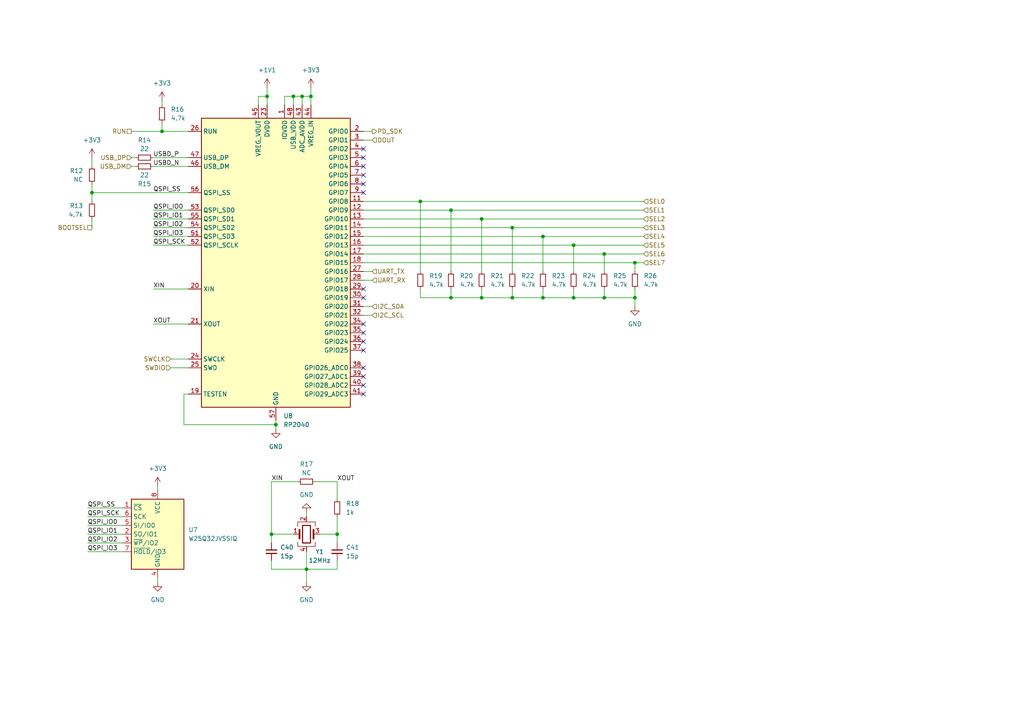
<source format=kicad_sch>
(kicad_sch (version 20230121) (generator eeschema)

  (uuid eaecf579-bca4-4218-af01-f4e501ff1b46)

  (paper "A4")

  (title_block
    (title "MCU")
    (date "2024-01-01")
    (rev "2")
    (company "Yet Another AI Ltd.")
    (comment 1 "Proudly Designed by Shenghao (Delton) DING")
  )

  (lib_symbols
    (symbol "Device:C_Small" (pin_numbers hide) (pin_names (offset 0.254) hide) (in_bom yes) (on_board yes)
      (property "Reference" "C" (at 0.254 1.778 0)
        (effects (font (size 1.27 1.27)) (justify left))
      )
      (property "Value" "C_Small" (at 0.254 -2.032 0)
        (effects (font (size 1.27 1.27)) (justify left))
      )
      (property "Footprint" "" (at 0 0 0)
        (effects (font (size 1.27 1.27)) hide)
      )
      (property "Datasheet" "~" (at 0 0 0)
        (effects (font (size 1.27 1.27)) hide)
      )
      (property "ki_keywords" "capacitor cap" (at 0 0 0)
        (effects (font (size 1.27 1.27)) hide)
      )
      (property "ki_description" "Unpolarized capacitor, small symbol" (at 0 0 0)
        (effects (font (size 1.27 1.27)) hide)
      )
      (property "ki_fp_filters" "C_*" (at 0 0 0)
        (effects (font (size 1.27 1.27)) hide)
      )
      (symbol "C_Small_0_1"
        (polyline
          (pts
            (xy -1.524 -0.508)
            (xy 1.524 -0.508)
          )
          (stroke (width 0.3302) (type default))
          (fill (type none))
        )
        (polyline
          (pts
            (xy -1.524 0.508)
            (xy 1.524 0.508)
          )
          (stroke (width 0.3048) (type default))
          (fill (type none))
        )
      )
      (symbol "C_Small_1_1"
        (pin passive line (at 0 2.54 270) (length 2.032)
          (name "~" (effects (font (size 1.27 1.27))))
          (number "1" (effects (font (size 1.27 1.27))))
        )
        (pin passive line (at 0 -2.54 90) (length 2.032)
          (name "~" (effects (font (size 1.27 1.27))))
          (number "2" (effects (font (size 1.27 1.27))))
        )
      )
    )
    (symbol "Device:Crystal_GND24" (pin_names (offset 1.016) hide) (in_bom yes) (on_board yes)
      (property "Reference" "Y" (at 3.175 5.08 0)
        (effects (font (size 1.27 1.27)) (justify left))
      )
      (property "Value" "Crystal_GND24" (at 3.175 3.175 0)
        (effects (font (size 1.27 1.27)) (justify left))
      )
      (property "Footprint" "" (at 0 0 0)
        (effects (font (size 1.27 1.27)) hide)
      )
      (property "Datasheet" "~" (at 0 0 0)
        (effects (font (size 1.27 1.27)) hide)
      )
      (property "ki_keywords" "quartz ceramic resonator oscillator" (at 0 0 0)
        (effects (font (size 1.27 1.27)) hide)
      )
      (property "ki_description" "Four pin crystal, GND on pins 2 and 4" (at 0 0 0)
        (effects (font (size 1.27 1.27)) hide)
      )
      (property "ki_fp_filters" "Crystal*" (at 0 0 0)
        (effects (font (size 1.27 1.27)) hide)
      )
      (symbol "Crystal_GND24_0_1"
        (rectangle (start -1.143 2.54) (end 1.143 -2.54)
          (stroke (width 0.3048) (type default))
          (fill (type none))
        )
        (polyline
          (pts
            (xy -2.54 0)
            (xy -2.032 0)
          )
          (stroke (width 0) (type default))
          (fill (type none))
        )
        (polyline
          (pts
            (xy -2.032 -1.27)
            (xy -2.032 1.27)
          )
          (stroke (width 0.508) (type default))
          (fill (type none))
        )
        (polyline
          (pts
            (xy 0 -3.81)
            (xy 0 -3.556)
          )
          (stroke (width 0) (type default))
          (fill (type none))
        )
        (polyline
          (pts
            (xy 0 3.556)
            (xy 0 3.81)
          )
          (stroke (width 0) (type default))
          (fill (type none))
        )
        (polyline
          (pts
            (xy 2.032 -1.27)
            (xy 2.032 1.27)
          )
          (stroke (width 0.508) (type default))
          (fill (type none))
        )
        (polyline
          (pts
            (xy 2.032 0)
            (xy 2.54 0)
          )
          (stroke (width 0) (type default))
          (fill (type none))
        )
        (polyline
          (pts
            (xy -2.54 -2.286)
            (xy -2.54 -3.556)
            (xy 2.54 -3.556)
            (xy 2.54 -2.286)
          )
          (stroke (width 0) (type default))
          (fill (type none))
        )
        (polyline
          (pts
            (xy -2.54 2.286)
            (xy -2.54 3.556)
            (xy 2.54 3.556)
            (xy 2.54 2.286)
          )
          (stroke (width 0) (type default))
          (fill (type none))
        )
      )
      (symbol "Crystal_GND24_1_1"
        (pin passive line (at -3.81 0 0) (length 1.27)
          (name "1" (effects (font (size 1.27 1.27))))
          (number "1" (effects (font (size 1.27 1.27))))
        )
        (pin passive line (at 0 5.08 270) (length 1.27)
          (name "2" (effects (font (size 1.27 1.27))))
          (number "2" (effects (font (size 1.27 1.27))))
        )
        (pin passive line (at 3.81 0 180) (length 1.27)
          (name "3" (effects (font (size 1.27 1.27))))
          (number "3" (effects (font (size 1.27 1.27))))
        )
        (pin passive line (at 0 -5.08 90) (length 1.27)
          (name "4" (effects (font (size 1.27 1.27))))
          (number "4" (effects (font (size 1.27 1.27))))
        )
      )
    )
    (symbol "Device:R_Small" (pin_numbers hide) (pin_names (offset 0.254) hide) (in_bom yes) (on_board yes)
      (property "Reference" "R" (at 0.762 0.508 0)
        (effects (font (size 1.27 1.27)) (justify left))
      )
      (property "Value" "R_Small" (at 0.762 -1.016 0)
        (effects (font (size 1.27 1.27)) (justify left))
      )
      (property "Footprint" "" (at 0 0 0)
        (effects (font (size 1.27 1.27)) hide)
      )
      (property "Datasheet" "~" (at 0 0 0)
        (effects (font (size 1.27 1.27)) hide)
      )
      (property "ki_keywords" "R resistor" (at 0 0 0)
        (effects (font (size 1.27 1.27)) hide)
      )
      (property "ki_description" "Resistor, small symbol" (at 0 0 0)
        (effects (font (size 1.27 1.27)) hide)
      )
      (property "ki_fp_filters" "R_*" (at 0 0 0)
        (effects (font (size 1.27 1.27)) hide)
      )
      (symbol "R_Small_0_1"
        (rectangle (start -0.762 1.778) (end 0.762 -1.778)
          (stroke (width 0.2032) (type default))
          (fill (type none))
        )
      )
      (symbol "R_Small_1_1"
        (pin passive line (at 0 2.54 270) (length 0.762)
          (name "~" (effects (font (size 1.27 1.27))))
          (number "1" (effects (font (size 1.27 1.27))))
        )
        (pin passive line (at 0 -2.54 90) (length 0.762)
          (name "~" (effects (font (size 1.27 1.27))))
          (number "2" (effects (font (size 1.27 1.27))))
        )
      )
    )
    (symbol "MCU_RaspberryPi:RP2040" (in_bom yes) (on_board yes)
      (property "Reference" "U" (at 17.78 45.72 0)
        (effects (font (size 1.27 1.27)))
      )
      (property "Value" "RP2040" (at 17.78 43.18 0)
        (effects (font (size 1.27 1.27)))
      )
      (property "Footprint" "Package_DFN_QFN:QFN-56-1EP_7x7mm_P0.4mm_EP3.2x3.2mm" (at 0 0 0)
        (effects (font (size 1.27 1.27)) hide)
      )
      (property "Datasheet" "https://datasheets.raspberrypi.com/rp2040/rp2040-datasheet.pdf" (at 0 0 0)
        (effects (font (size 1.27 1.27)) hide)
      )
      (property "ki_keywords" "RP2040 ARM Cortex-M0+ USB" (at 0 0 0)
        (effects (font (size 1.27 1.27)) hide)
      )
      (property "ki_description" "A microcontroller by Raspberry Pi" (at 0 0 0)
        (effects (font (size 1.27 1.27)) hide)
      )
      (property "ki_fp_filters" "QFN*1EP*7x7mm?P0.4mm*" (at 0 0 0)
        (effects (font (size 1.27 1.27)) hide)
      )
      (symbol "RP2040_0_1"
        (rectangle (start -21.59 41.91) (end 21.59 -41.91)
          (stroke (width 0.254) (type default))
          (fill (type background))
        )
      )
      (symbol "RP2040_1_1"
        (pin power_in line (at 2.54 45.72 270) (length 3.81)
          (name "IOVDD" (effects (font (size 1.27 1.27))))
          (number "1" (effects (font (size 1.27 1.27))))
        )
        (pin passive line (at 2.54 45.72 270) (length 3.81) hide
          (name "IOVDD" (effects (font (size 1.27 1.27))))
          (number "10" (effects (font (size 1.27 1.27))))
        )
        (pin bidirectional line (at 25.4 17.78 180) (length 3.81)
          (name "GPIO8" (effects (font (size 1.27 1.27))))
          (number "11" (effects (font (size 1.27 1.27))))
        )
        (pin bidirectional line (at 25.4 15.24 180) (length 3.81)
          (name "GPIO9" (effects (font (size 1.27 1.27))))
          (number "12" (effects (font (size 1.27 1.27))))
        )
        (pin bidirectional line (at 25.4 12.7 180) (length 3.81)
          (name "GPIO10" (effects (font (size 1.27 1.27))))
          (number "13" (effects (font (size 1.27 1.27))))
        )
        (pin bidirectional line (at 25.4 10.16 180) (length 3.81)
          (name "GPIO11" (effects (font (size 1.27 1.27))))
          (number "14" (effects (font (size 1.27 1.27))))
        )
        (pin bidirectional line (at 25.4 7.62 180) (length 3.81)
          (name "GPIO12" (effects (font (size 1.27 1.27))))
          (number "15" (effects (font (size 1.27 1.27))))
        )
        (pin bidirectional line (at 25.4 5.08 180) (length 3.81)
          (name "GPIO13" (effects (font (size 1.27 1.27))))
          (number "16" (effects (font (size 1.27 1.27))))
        )
        (pin bidirectional line (at 25.4 2.54 180) (length 3.81)
          (name "GPIO14" (effects (font (size 1.27 1.27))))
          (number "17" (effects (font (size 1.27 1.27))))
        )
        (pin bidirectional line (at 25.4 0 180) (length 3.81)
          (name "GPIO15" (effects (font (size 1.27 1.27))))
          (number "18" (effects (font (size 1.27 1.27))))
        )
        (pin input line (at -25.4 -38.1 0) (length 3.81)
          (name "TESTEN" (effects (font (size 1.27 1.27))))
          (number "19" (effects (font (size 1.27 1.27))))
        )
        (pin bidirectional line (at 25.4 38.1 180) (length 3.81)
          (name "GPIO0" (effects (font (size 1.27 1.27))))
          (number "2" (effects (font (size 1.27 1.27))))
        )
        (pin input line (at -25.4 -7.62 0) (length 3.81)
          (name "XIN" (effects (font (size 1.27 1.27))))
          (number "20" (effects (font (size 1.27 1.27))))
        )
        (pin passive line (at -25.4 -17.78 0) (length 3.81)
          (name "XOUT" (effects (font (size 1.27 1.27))))
          (number "21" (effects (font (size 1.27 1.27))))
        )
        (pin passive line (at 2.54 45.72 270) (length 3.81) hide
          (name "IOVDD" (effects (font (size 1.27 1.27))))
          (number "22" (effects (font (size 1.27 1.27))))
        )
        (pin power_in line (at -2.54 45.72 270) (length 3.81)
          (name "DVDD" (effects (font (size 1.27 1.27))))
          (number "23" (effects (font (size 1.27 1.27))))
        )
        (pin input line (at -25.4 -27.94 0) (length 3.81)
          (name "SWCLK" (effects (font (size 1.27 1.27))))
          (number "24" (effects (font (size 1.27 1.27))))
        )
        (pin bidirectional line (at -25.4 -30.48 0) (length 3.81)
          (name "SWD" (effects (font (size 1.27 1.27))))
          (number "25" (effects (font (size 1.27 1.27))))
        )
        (pin input line (at -25.4 38.1 0) (length 3.81)
          (name "RUN" (effects (font (size 1.27 1.27))))
          (number "26" (effects (font (size 1.27 1.27))))
        )
        (pin bidirectional line (at 25.4 -2.54 180) (length 3.81)
          (name "GPIO16" (effects (font (size 1.27 1.27))))
          (number "27" (effects (font (size 1.27 1.27))))
        )
        (pin bidirectional line (at 25.4 -5.08 180) (length 3.81)
          (name "GPIO17" (effects (font (size 1.27 1.27))))
          (number "28" (effects (font (size 1.27 1.27))))
        )
        (pin bidirectional line (at 25.4 -7.62 180) (length 3.81)
          (name "GPIO18" (effects (font (size 1.27 1.27))))
          (number "29" (effects (font (size 1.27 1.27))))
        )
        (pin bidirectional line (at 25.4 35.56 180) (length 3.81)
          (name "GPIO1" (effects (font (size 1.27 1.27))))
          (number "3" (effects (font (size 1.27 1.27))))
        )
        (pin bidirectional line (at 25.4 -10.16 180) (length 3.81)
          (name "GPIO19" (effects (font (size 1.27 1.27))))
          (number "30" (effects (font (size 1.27 1.27))))
        )
        (pin bidirectional line (at 25.4 -12.7 180) (length 3.81)
          (name "GPIO20" (effects (font (size 1.27 1.27))))
          (number "31" (effects (font (size 1.27 1.27))))
        )
        (pin bidirectional line (at 25.4 -15.24 180) (length 3.81)
          (name "GPIO21" (effects (font (size 1.27 1.27))))
          (number "32" (effects (font (size 1.27 1.27))))
        )
        (pin passive line (at 2.54 45.72 270) (length 3.81) hide
          (name "IOVDD" (effects (font (size 1.27 1.27))))
          (number "33" (effects (font (size 1.27 1.27))))
        )
        (pin bidirectional line (at 25.4 -17.78 180) (length 3.81)
          (name "GPIO22" (effects (font (size 1.27 1.27))))
          (number "34" (effects (font (size 1.27 1.27))))
        )
        (pin bidirectional line (at 25.4 -20.32 180) (length 3.81)
          (name "GPIO23" (effects (font (size 1.27 1.27))))
          (number "35" (effects (font (size 1.27 1.27))))
        )
        (pin bidirectional line (at 25.4 -22.86 180) (length 3.81)
          (name "GPIO24" (effects (font (size 1.27 1.27))))
          (number "36" (effects (font (size 1.27 1.27))))
        )
        (pin bidirectional line (at 25.4 -25.4 180) (length 3.81)
          (name "GPIO25" (effects (font (size 1.27 1.27))))
          (number "37" (effects (font (size 1.27 1.27))))
        )
        (pin bidirectional line (at 25.4 -30.48 180) (length 3.81)
          (name "GPIO26_ADC0" (effects (font (size 1.27 1.27))))
          (number "38" (effects (font (size 1.27 1.27))))
        )
        (pin bidirectional line (at 25.4 -33.02 180) (length 3.81)
          (name "GPIO27_ADC1" (effects (font (size 1.27 1.27))))
          (number "39" (effects (font (size 1.27 1.27))))
        )
        (pin bidirectional line (at 25.4 33.02 180) (length 3.81)
          (name "GPIO2" (effects (font (size 1.27 1.27))))
          (number "4" (effects (font (size 1.27 1.27))))
        )
        (pin bidirectional line (at 25.4 -35.56 180) (length 3.81)
          (name "GPIO28_ADC2" (effects (font (size 1.27 1.27))))
          (number "40" (effects (font (size 1.27 1.27))))
        )
        (pin bidirectional line (at 25.4 -38.1 180) (length 3.81)
          (name "GPIO29_ADC3" (effects (font (size 1.27 1.27))))
          (number "41" (effects (font (size 1.27 1.27))))
        )
        (pin passive line (at 2.54 45.72 270) (length 3.81) hide
          (name "IOVDD" (effects (font (size 1.27 1.27))))
          (number "42" (effects (font (size 1.27 1.27))))
        )
        (pin power_in line (at 7.62 45.72 270) (length 3.81)
          (name "ADC_AVDD" (effects (font (size 1.27 1.27))))
          (number "43" (effects (font (size 1.27 1.27))))
        )
        (pin power_in line (at 10.16 45.72 270) (length 3.81)
          (name "VREG_IN" (effects (font (size 1.27 1.27))))
          (number "44" (effects (font (size 1.27 1.27))))
        )
        (pin power_out line (at -5.08 45.72 270) (length 3.81)
          (name "VREG_VOUT" (effects (font (size 1.27 1.27))))
          (number "45" (effects (font (size 1.27 1.27))))
        )
        (pin bidirectional line (at -25.4 27.94 0) (length 3.81)
          (name "USB_DM" (effects (font (size 1.27 1.27))))
          (number "46" (effects (font (size 1.27 1.27))))
        )
        (pin bidirectional line (at -25.4 30.48 0) (length 3.81)
          (name "USB_DP" (effects (font (size 1.27 1.27))))
          (number "47" (effects (font (size 1.27 1.27))))
        )
        (pin power_in line (at 5.08 45.72 270) (length 3.81)
          (name "USB_VDD" (effects (font (size 1.27 1.27))))
          (number "48" (effects (font (size 1.27 1.27))))
        )
        (pin passive line (at 2.54 45.72 270) (length 3.81) hide
          (name "IOVDD" (effects (font (size 1.27 1.27))))
          (number "49" (effects (font (size 1.27 1.27))))
        )
        (pin bidirectional line (at 25.4 30.48 180) (length 3.81)
          (name "GPIO3" (effects (font (size 1.27 1.27))))
          (number "5" (effects (font (size 1.27 1.27))))
        )
        (pin passive line (at -2.54 45.72 270) (length 3.81) hide
          (name "DVDD" (effects (font (size 1.27 1.27))))
          (number "50" (effects (font (size 1.27 1.27))))
        )
        (pin bidirectional line (at -25.4 7.62 0) (length 3.81)
          (name "QSPI_SD3" (effects (font (size 1.27 1.27))))
          (number "51" (effects (font (size 1.27 1.27))))
        )
        (pin output line (at -25.4 5.08 0) (length 3.81)
          (name "QSPI_SCLK" (effects (font (size 1.27 1.27))))
          (number "52" (effects (font (size 1.27 1.27))))
        )
        (pin bidirectional line (at -25.4 15.24 0) (length 3.81)
          (name "QSPI_SD0" (effects (font (size 1.27 1.27))))
          (number "53" (effects (font (size 1.27 1.27))))
        )
        (pin bidirectional line (at -25.4 10.16 0) (length 3.81)
          (name "QSPI_SD2" (effects (font (size 1.27 1.27))))
          (number "54" (effects (font (size 1.27 1.27))))
        )
        (pin bidirectional line (at -25.4 12.7 0) (length 3.81)
          (name "QSPI_SD1" (effects (font (size 1.27 1.27))))
          (number "55" (effects (font (size 1.27 1.27))))
        )
        (pin bidirectional line (at -25.4 20.32 0) (length 3.81)
          (name "QSPI_SS" (effects (font (size 1.27 1.27))))
          (number "56" (effects (font (size 1.27 1.27))))
        )
        (pin power_in line (at 0 -45.72 90) (length 3.81)
          (name "GND" (effects (font (size 1.27 1.27))))
          (number "57" (effects (font (size 1.27 1.27))))
        )
        (pin bidirectional line (at 25.4 27.94 180) (length 3.81)
          (name "GPIO4" (effects (font (size 1.27 1.27))))
          (number "6" (effects (font (size 1.27 1.27))))
        )
        (pin bidirectional line (at 25.4 25.4 180) (length 3.81)
          (name "GPIO5" (effects (font (size 1.27 1.27))))
          (number "7" (effects (font (size 1.27 1.27))))
        )
        (pin bidirectional line (at 25.4 22.86 180) (length 3.81)
          (name "GPIO6" (effects (font (size 1.27 1.27))))
          (number "8" (effects (font (size 1.27 1.27))))
        )
        (pin bidirectional line (at 25.4 20.32 180) (length 3.81)
          (name "GPIO7" (effects (font (size 1.27 1.27))))
          (number "9" (effects (font (size 1.27 1.27))))
        )
      )
    )
    (symbol "Memory_Flash:AT25SF081-XMHF-X" (in_bom yes) (on_board yes)
      (property "Reference" "U8" (at 8.89 1.27 0)
        (effects (font (size 1.27 1.27)) (justify left))
      )
      (property "Value" "W25Q32JVSSIQ" (at 8.89 -1.27 0)
        (effects (font (size 1.27 1.27)) (justify left))
      )
      (property "Footprint" "Package_SO:SOIC-8_5.275x5.275mm_P1.27mm" (at 0 -15.24 0)
        (effects (font (size 1.27 1.27)) hide)
      )
      (property "Datasheet" "https://www.adestotech.com/wp-content/uploads/DS-AT25SF081_045.pdf" (at 0 0 0)
        (effects (font (size 1.27 1.27)) hide)
      )
      (property "LCSC Number" "C179173" (at 0 0 0)
        (effects (font (size 1.27 1.27)) hide)
      )
      (property "ki_keywords" "SPI DSPI QSPI 8Mbit 2.3V" (at 0 0 0)
        (effects (font (size 1.27 1.27)) hide)
      )
      (property "ki_description" "8-Mbit, 2.3V Minimum SPI Serial Flash Memory with Dual-I/O and Quad-I/O Support, TSSOP-8" (at 0 0 0)
        (effects (font (size 1.27 1.27)) hide)
      )
      (property "ki_fp_filters" "TSSOP?8*4.4x3mm*P0.65mm*" (at 0 0 0)
        (effects (font (size 1.27 1.27)) hide)
      )
      (symbol "AT25SF081-XMHF-X_0_1"
        (rectangle (start -7.62 10.16) (end 7.62 -10.16)
          (stroke (width 0.254) (type default))
          (fill (type background))
        )
      )
      (symbol "AT25SF081-XMHF-X_1_1"
        (pin input line (at -10.16 7.62 0) (length 2.54)
          (name "~{CS}" (effects (font (size 1.27 1.27))))
          (number "1" (effects (font (size 1.27 1.27))))
        )
        (pin bidirectional line (at -10.16 0 0) (length 2.54)
          (name "SO/IO1" (effects (font (size 1.27 1.27))))
          (number "2" (effects (font (size 1.27 1.27))))
        )
        (pin bidirectional line (at -10.16 -2.54 0) (length 2.54)
          (name "~{WP}/IO2" (effects (font (size 1.27 1.27))))
          (number "3" (effects (font (size 1.27 1.27))))
        )
        (pin power_in line (at 0 -12.7 90) (length 2.54)
          (name "GND" (effects (font (size 1.27 1.27))))
          (number "4" (effects (font (size 1.27 1.27))))
        )
        (pin bidirectional line (at -10.16 2.54 0) (length 2.54)
          (name "SI/IO0" (effects (font (size 1.27 1.27))))
          (number "5" (effects (font (size 1.27 1.27))))
        )
        (pin input line (at -10.16 5.08 0) (length 2.54)
          (name "SCK" (effects (font (size 1.27 1.27))))
          (number "6" (effects (font (size 1.27 1.27))))
        )
        (pin bidirectional line (at -10.16 -5.08 0) (length 2.54)
          (name "~{HOLD}/IO3" (effects (font (size 1.27 1.27))))
          (number "7" (effects (font (size 1.27 1.27))))
        )
        (pin power_in line (at 0 12.7 270) (length 2.54)
          (name "VCC" (effects (font (size 1.27 1.27))))
          (number "8" (effects (font (size 1.27 1.27))))
        )
      )
    )
    (symbol "power:+1V1" (power) (pin_names (offset 0)) (in_bom yes) (on_board yes)
      (property "Reference" "#PWR" (at 0 -3.81 0)
        (effects (font (size 1.27 1.27)) hide)
      )
      (property "Value" "+1V1" (at 0 3.556 0)
        (effects (font (size 1.27 1.27)))
      )
      (property "Footprint" "" (at 0 0 0)
        (effects (font (size 1.27 1.27)) hide)
      )
      (property "Datasheet" "" (at 0 0 0)
        (effects (font (size 1.27 1.27)) hide)
      )
      (property "ki_keywords" "global power" (at 0 0 0)
        (effects (font (size 1.27 1.27)) hide)
      )
      (property "ki_description" "Power symbol creates a global label with name \"+1V1\"" (at 0 0 0)
        (effects (font (size 1.27 1.27)) hide)
      )
      (symbol "+1V1_0_1"
        (polyline
          (pts
            (xy -0.762 1.27)
            (xy 0 2.54)
          )
          (stroke (width 0) (type default))
          (fill (type none))
        )
        (polyline
          (pts
            (xy 0 0)
            (xy 0 2.54)
          )
          (stroke (width 0) (type default))
          (fill (type none))
        )
        (polyline
          (pts
            (xy 0 2.54)
            (xy 0.762 1.27)
          )
          (stroke (width 0) (type default))
          (fill (type none))
        )
      )
      (symbol "+1V1_1_1"
        (pin power_in line (at 0 0 90) (length 0) hide
          (name "+1V1" (effects (font (size 1.27 1.27))))
          (number "1" (effects (font (size 1.27 1.27))))
        )
      )
    )
    (symbol "power:+3V3" (power) (pin_names (offset 0)) (in_bom yes) (on_board yes)
      (property "Reference" "#PWR" (at 0 -3.81 0)
        (effects (font (size 1.27 1.27)) hide)
      )
      (property "Value" "+3V3" (at 0 3.556 0)
        (effects (font (size 1.27 1.27)))
      )
      (property "Footprint" "" (at 0 0 0)
        (effects (font (size 1.27 1.27)) hide)
      )
      (property "Datasheet" "" (at 0 0 0)
        (effects (font (size 1.27 1.27)) hide)
      )
      (property "ki_keywords" "global power" (at 0 0 0)
        (effects (font (size 1.27 1.27)) hide)
      )
      (property "ki_description" "Power symbol creates a global label with name \"+3V3\"" (at 0 0 0)
        (effects (font (size 1.27 1.27)) hide)
      )
      (symbol "+3V3_0_1"
        (polyline
          (pts
            (xy -0.762 1.27)
            (xy 0 2.54)
          )
          (stroke (width 0) (type default))
          (fill (type none))
        )
        (polyline
          (pts
            (xy 0 0)
            (xy 0 2.54)
          )
          (stroke (width 0) (type default))
          (fill (type none))
        )
        (polyline
          (pts
            (xy 0 2.54)
            (xy 0.762 1.27)
          )
          (stroke (width 0) (type default))
          (fill (type none))
        )
      )
      (symbol "+3V3_1_1"
        (pin power_in line (at 0 0 90) (length 0) hide
          (name "+3V3" (effects (font (size 1.27 1.27))))
          (number "1" (effects (font (size 1.27 1.27))))
        )
      )
    )
    (symbol "power:GND" (power) (pin_names (offset 0)) (in_bom yes) (on_board yes)
      (property "Reference" "#PWR" (at 0 -6.35 0)
        (effects (font (size 1.27 1.27)) hide)
      )
      (property "Value" "GND" (at 0 -3.81 0)
        (effects (font (size 1.27 1.27)))
      )
      (property "Footprint" "" (at 0 0 0)
        (effects (font (size 1.27 1.27)) hide)
      )
      (property "Datasheet" "" (at 0 0 0)
        (effects (font (size 1.27 1.27)) hide)
      )
      (property "ki_keywords" "global power" (at 0 0 0)
        (effects (font (size 1.27 1.27)) hide)
      )
      (property "ki_description" "Power symbol creates a global label with name \"GND\" , ground" (at 0 0 0)
        (effects (font (size 1.27 1.27)) hide)
      )
      (symbol "GND_0_1"
        (polyline
          (pts
            (xy 0 0)
            (xy 0 -1.27)
            (xy 1.27 -1.27)
            (xy 0 -2.54)
            (xy -1.27 -1.27)
            (xy 0 -1.27)
          )
          (stroke (width 0) (type default))
          (fill (type none))
        )
      )
      (symbol "GND_1_1"
        (pin power_in line (at 0 0 270) (length 0) hide
          (name "GND" (effects (font (size 1.27 1.27))))
          (number "1" (effects (font (size 1.27 1.27))))
        )
      )
    )
  )

  (junction (at 26.67 55.88) (diameter 0) (color 0 0 0 0)
    (uuid 0708cde5-f059-4992-a11c-83ab14c6ee10)
  )
  (junction (at 77.47 27.94) (diameter 0) (color 0 0 0 0)
    (uuid 18cb3480-c905-4c84-a8ea-e0ccbc11b0d5)
  )
  (junction (at 175.26 73.66) (diameter 0) (color 0 0 0 0)
    (uuid 208a88b2-ff5a-4fe2-8472-6ffbb75c0290)
  )
  (junction (at 88.9 165.1) (diameter 0) (color 0 0 0 0)
    (uuid 30b97f1a-f022-4379-a80c-2687faa2d13d)
  )
  (junction (at 157.48 86.36) (diameter 0) (color 0 0 0 0)
    (uuid 3ce437fc-3863-44c9-90d7-427897307b56)
  )
  (junction (at 166.37 71.12) (diameter 0) (color 0 0 0 0)
    (uuid 440447f8-ccac-47a7-a26f-3e4b5acbe422)
  )
  (junction (at 78.74 154.94) (diameter 0) (color 0 0 0 0)
    (uuid 623a242c-b628-4da4-9e9c-41e8bdcef05b)
  )
  (junction (at 97.79 154.94) (diameter 0) (color 0 0 0 0)
    (uuid 63fbc249-6ee5-452e-9cfb-ef8eb2df2d06)
  )
  (junction (at 85.09 27.94) (diameter 0) (color 0 0 0 0)
    (uuid 73ca5fc3-f51c-4240-ac0d-936b81a71ab1)
  )
  (junction (at 90.17 27.94) (diameter 0) (color 0 0 0 0)
    (uuid 86ccd484-2397-4f3d-b6f7-444aa8392e81)
  )
  (junction (at 139.7 86.36) (diameter 0) (color 0 0 0 0)
    (uuid 909e29db-72f2-4e82-9a61-52d62fd6214b)
  )
  (junction (at 148.59 66.04) (diameter 0) (color 0 0 0 0)
    (uuid 91989dcb-18b1-45ba-bdee-1063b32f3ce4)
  )
  (junction (at 87.63 27.94) (diameter 0) (color 0 0 0 0)
    (uuid 998af361-2681-4fd5-b47b-5b99edc01689)
  )
  (junction (at 166.37 86.36) (diameter 0) (color 0 0 0 0)
    (uuid 9a9d7e59-c992-4730-b136-38fc14636cb9)
  )
  (junction (at 148.59 86.36) (diameter 0) (color 0 0 0 0)
    (uuid a085435c-0f9a-431a-9fe9-abdeecc0061b)
  )
  (junction (at 157.48 68.58) (diameter 0) (color 0 0 0 0)
    (uuid b59c6956-3912-4f9c-9ab2-e5e3f345dffc)
  )
  (junction (at 46.99 38.1) (diameter 0) (color 0 0 0 0)
    (uuid b752294b-58b0-4d7c-b630-3d5ca3dd6977)
  )
  (junction (at 121.92 58.42) (diameter 0) (color 0 0 0 0)
    (uuid b9d51d96-c903-4c5c-b821-9b85d4a49111)
  )
  (junction (at 184.15 86.36) (diameter 0) (color 0 0 0 0)
    (uuid bc700086-0091-4305-aec1-3bfcf4415486)
  )
  (junction (at 184.15 76.2) (diameter 0) (color 0 0 0 0)
    (uuid cf99925a-a1ac-45f4-86fe-763ec4669946)
  )
  (junction (at 130.81 86.36) (diameter 0) (color 0 0 0 0)
    (uuid e66975af-ba31-407e-88be-0d2d302c035f)
  )
  (junction (at 130.81 60.96) (diameter 0) (color 0 0 0 0)
    (uuid ee3266f2-b50d-4d38-95fd-43819c9eac2e)
  )
  (junction (at 175.26 86.36) (diameter 0) (color 0 0 0 0)
    (uuid f2ba13ea-089c-465a-bc79-6e6d63bd5b06)
  )
  (junction (at 139.7 63.5) (diameter 0) (color 0 0 0 0)
    (uuid fd82784b-77cb-4cb0-8e31-62b01237c69f)
  )
  (junction (at 80.01 123.19) (diameter 0) (color 0 0 0 0)
    (uuid ff6a1164-62a7-46f8-bad5-218d4ef04143)
  )

  (no_connect (at 105.41 96.52) (uuid 1f6a6302-0c86-411a-be5b-394706e212e6))
  (no_connect (at 105.41 109.22) (uuid 293f19ff-8fe0-43eb-9153-2320b069cfef))
  (no_connect (at 105.41 86.36) (uuid 3040dd57-ef4d-400d-820f-f9a130037480))
  (no_connect (at 105.41 55.88) (uuid 41d51966-a975-43f3-9838-f6bdd47f52ce))
  (no_connect (at 105.41 48.26) (uuid 478943b7-2809-4637-9cfd-cbb8406b2d5a))
  (no_connect (at 105.41 93.98) (uuid 619d03cd-b6b5-40f7-a04a-d96e9674c9ed))
  (no_connect (at 105.41 114.3) (uuid 6e0d339b-e4db-4717-82ae-57ea66ea50a8))
  (no_connect (at 105.41 106.68) (uuid 6f598836-b8b1-476c-b748-d538fe82738a))
  (no_connect (at 105.41 53.34) (uuid 7a045763-2f3f-4400-a77a-5e307875fe8a))
  (no_connect (at 105.41 50.8) (uuid a486c6b7-dd6b-49c7-8ed8-bb1e36b170c3))
  (no_connect (at 105.41 111.76) (uuid c4d1dbd8-9148-4e29-9c25-03bdbcfbf2c9))
  (no_connect (at 105.41 101.6) (uuid d8015e91-1c57-4548-8dc4-a87d32119943))
  (no_connect (at 105.41 83.82) (uuid dc62ee4d-e168-4a89-bcac-e9c69c31e076))
  (no_connect (at 105.41 45.72) (uuid dd762725-2f23-405b-a19e-3d8fa2f89641))
  (no_connect (at 105.41 43.18) (uuid eac26482-ce02-410d-8cf2-1dd8ff14ea2f))
  (no_connect (at 105.41 99.06) (uuid f8a36a66-1a7a-4361-b334-36adaeaf1878))

  (wire (pts (xy 105.41 91.44) (xy 107.95 91.44))
    (stroke (width 0) (type default))
    (uuid 00d27dc6-33ba-46f3-9566-5a55d1ae55c5)
  )
  (wire (pts (xy 105.41 40.64) (xy 107.95 40.64))
    (stroke (width 0) (type default))
    (uuid 017e6936-eb7e-4c3a-b618-b0d3407987c0)
  )
  (wire (pts (xy 26.67 53.34) (xy 26.67 55.88))
    (stroke (width 0) (type default))
    (uuid 03c7857b-2551-4801-b8bf-6aa06fea8854)
  )
  (wire (pts (xy 105.41 60.96) (xy 130.81 60.96))
    (stroke (width 0) (type default))
    (uuid 07bce898-fec4-426e-a8d9-b7fbadf20596)
  )
  (wire (pts (xy 105.41 68.58) (xy 157.48 68.58))
    (stroke (width 0) (type default))
    (uuid 0e7c13aa-bcc4-4cb0-bdac-d92dca09da2a)
  )
  (wire (pts (xy 157.48 83.82) (xy 157.48 86.36))
    (stroke (width 0) (type default))
    (uuid 0f982a6a-3491-489e-a075-51c80ee29fec)
  )
  (wire (pts (xy 105.41 88.9) (xy 107.95 88.9))
    (stroke (width 0) (type default))
    (uuid 0facf75c-3a73-415b-86b4-83c206913afd)
  )
  (wire (pts (xy 105.41 66.04) (xy 148.59 66.04))
    (stroke (width 0) (type default))
    (uuid 1359df84-faa2-4a3f-ae5f-91d7b7f287d1)
  )
  (wire (pts (xy 91.44 139.7) (xy 97.79 139.7))
    (stroke (width 0) (type default))
    (uuid 14bc4135-1f57-4e5c-a9d4-74a215e162cb)
  )
  (wire (pts (xy 88.9 148.59) (xy 88.9 149.86))
    (stroke (width 0) (type default))
    (uuid 198f2975-847a-414a-9eb8-5443e943cc4e)
  )
  (wire (pts (xy 121.92 86.36) (xy 130.81 86.36))
    (stroke (width 0) (type default))
    (uuid 1d00d144-bc93-472a-9504-83082c2be049)
  )
  (wire (pts (xy 148.59 66.04) (xy 186.69 66.04))
    (stroke (width 0) (type default))
    (uuid 1dfd37d8-f612-48cc-bd56-ed2bd0c58f9c)
  )
  (wire (pts (xy 45.72 167.64) (xy 45.72 168.91))
    (stroke (width 0) (type default))
    (uuid 1ed798c1-fd80-4fdd-8cd5-d979ae94df3d)
  )
  (wire (pts (xy 175.26 73.66) (xy 175.26 78.74))
    (stroke (width 0) (type default))
    (uuid 20668adf-9d2a-48da-b202-867d408f98ed)
  )
  (wire (pts (xy 148.59 86.36) (xy 157.48 86.36))
    (stroke (width 0) (type default))
    (uuid 21de50e6-0c89-41fe-89e6-9a54d0d13992)
  )
  (wire (pts (xy 38.1 38.1) (xy 46.99 38.1))
    (stroke (width 0) (type default))
    (uuid 2437fa2b-c3b8-4d11-b1c0-793f3c8c6080)
  )
  (wire (pts (xy 175.26 83.82) (xy 175.26 86.36))
    (stroke (width 0) (type default))
    (uuid 24b9cdee-acf4-490b-979f-9ce834247a84)
  )
  (wire (pts (xy 105.41 73.66) (xy 175.26 73.66))
    (stroke (width 0) (type default))
    (uuid 2762a1a9-d725-43e3-a4be-6ec53f8a8e26)
  )
  (wire (pts (xy 44.45 63.5) (xy 54.61 63.5))
    (stroke (width 0) (type default))
    (uuid 292d8466-c48f-4453-be49-fcae8ec08bbc)
  )
  (wire (pts (xy 121.92 83.82) (xy 121.92 86.36))
    (stroke (width 0) (type default))
    (uuid 2c1fe21a-aa32-49cf-9ba8-a5619dbbf3db)
  )
  (wire (pts (xy 44.45 45.72) (xy 54.61 45.72))
    (stroke (width 0) (type default))
    (uuid 2c633c54-1d3c-4146-93cf-bcf218431a58)
  )
  (wire (pts (xy 85.09 27.94) (xy 87.63 27.94))
    (stroke (width 0) (type default))
    (uuid 2f07a8f7-8e53-437d-a7ae-f1dfedd7ace5)
  )
  (wire (pts (xy 90.17 25.4) (xy 90.17 27.94))
    (stroke (width 0) (type default))
    (uuid 304ecf92-ddee-4b9c-9237-2eccd902e0e9)
  )
  (wire (pts (xy 44.45 66.04) (xy 54.61 66.04))
    (stroke (width 0) (type default))
    (uuid 3091fb28-3fbf-4731-a5fd-b4386641953d)
  )
  (wire (pts (xy 90.17 27.94) (xy 90.17 30.48))
    (stroke (width 0) (type default))
    (uuid 35979fd9-2568-4e66-aec6-1f15c673c0ed)
  )
  (wire (pts (xy 46.99 35.56) (xy 46.99 38.1))
    (stroke (width 0) (type default))
    (uuid 372efd75-bd62-408e-a041-4cd0b32c71d0)
  )
  (wire (pts (xy 97.79 149.86) (xy 97.79 154.94))
    (stroke (width 0) (type default))
    (uuid 39109ca8-f749-436d-90a6-8ffe960c57f8)
  )
  (wire (pts (xy 92.71 154.94) (xy 97.79 154.94))
    (stroke (width 0) (type default))
    (uuid 3e83b5a6-743c-4e19-8b87-2f78aa68d5d1)
  )
  (wire (pts (xy 88.9 165.1) (xy 88.9 168.91))
    (stroke (width 0) (type default))
    (uuid 409754db-6766-4e9f-af1c-bb644b14e6fd)
  )
  (wire (pts (xy 25.4 149.86) (xy 35.56 149.86))
    (stroke (width 0) (type default))
    (uuid 41d96ef3-4988-43e9-b31d-76725c17d03b)
  )
  (wire (pts (xy 53.34 123.19) (xy 80.01 123.19))
    (stroke (width 0) (type default))
    (uuid 43abe9e0-0fbc-4190-8cca-df369b6820bd)
  )
  (wire (pts (xy 77.47 27.94) (xy 77.47 30.48))
    (stroke (width 0) (type default))
    (uuid 4c34b173-431a-4d6c-a258-aaa7dee015ef)
  )
  (wire (pts (xy 184.15 76.2) (xy 186.69 76.2))
    (stroke (width 0) (type default))
    (uuid 4cb0f3c7-319e-4e12-80dd-de8687a720f9)
  )
  (wire (pts (xy 46.99 29.21) (xy 46.99 30.48))
    (stroke (width 0) (type default))
    (uuid 509bfa6c-266a-4b70-9a57-f525576d9409)
  )
  (wire (pts (xy 130.81 86.36) (xy 139.7 86.36))
    (stroke (width 0) (type default))
    (uuid 5b18934c-2b1b-4947-954f-76c4bbd040db)
  )
  (wire (pts (xy 139.7 63.5) (xy 139.7 78.74))
    (stroke (width 0) (type default))
    (uuid 5b7b778d-9a73-42ee-8e8e-38167cfd36e2)
  )
  (wire (pts (xy 74.93 27.94) (xy 77.47 27.94))
    (stroke (width 0) (type default))
    (uuid 5ddd3225-1390-4867-a694-531b5261a4b8)
  )
  (wire (pts (xy 166.37 86.36) (xy 175.26 86.36))
    (stroke (width 0) (type default))
    (uuid 60b5927d-657b-4a2e-8741-6de5fce29c41)
  )
  (wire (pts (xy 157.48 86.36) (xy 166.37 86.36))
    (stroke (width 0) (type default))
    (uuid 619ab3b8-f97d-4ee7-a41d-849e70d6fc8f)
  )
  (wire (pts (xy 175.26 73.66) (xy 186.69 73.66))
    (stroke (width 0) (type default))
    (uuid 62e6d32e-22e8-4c6b-810a-46d2f26bd302)
  )
  (wire (pts (xy 97.79 162.56) (xy 97.79 165.1))
    (stroke (width 0) (type default))
    (uuid 65b046bf-ddf2-4c96-9862-67d92ecdc9d6)
  )
  (wire (pts (xy 53.34 114.3) (xy 53.34 123.19))
    (stroke (width 0) (type default))
    (uuid 679caae9-95b5-44c8-8f93-8e4c40e28d25)
  )
  (wire (pts (xy 44.45 93.98) (xy 54.61 93.98))
    (stroke (width 0) (type default))
    (uuid 6aae5f42-750e-422f-bc9e-e7d3d4f17172)
  )
  (wire (pts (xy 139.7 83.82) (xy 139.7 86.36))
    (stroke (width 0) (type default))
    (uuid 6b04fb52-8723-4fa7-b621-44b425b790cb)
  )
  (wire (pts (xy 157.48 68.58) (xy 157.48 78.74))
    (stroke (width 0) (type default))
    (uuid 6c4cbd10-fdfa-40a0-a279-4adaf09610e4)
  )
  (wire (pts (xy 44.45 60.96) (xy 54.61 60.96))
    (stroke (width 0) (type default))
    (uuid 70b8a47e-5a53-4da2-ad22-f004225ee7e2)
  )
  (wire (pts (xy 49.53 104.14) (xy 54.61 104.14))
    (stroke (width 0) (type default))
    (uuid 70d752ae-fa34-403c-864a-92daf57253fc)
  )
  (wire (pts (xy 77.47 25.4) (xy 77.47 27.94))
    (stroke (width 0) (type default))
    (uuid 727802c5-d5f6-421d-8173-5a060561f4f7)
  )
  (wire (pts (xy 166.37 71.12) (xy 166.37 78.74))
    (stroke (width 0) (type default))
    (uuid 73e6543e-6c8a-4c4a-895f-684c78643e9a)
  )
  (wire (pts (xy 105.41 78.74) (xy 107.95 78.74))
    (stroke (width 0) (type default))
    (uuid 764e4608-6101-424a-87b5-5257536150b6)
  )
  (wire (pts (xy 87.63 27.94) (xy 90.17 27.94))
    (stroke (width 0) (type default))
    (uuid 76899478-9fb6-4869-a820-4f89f135297b)
  )
  (wire (pts (xy 44.45 48.26) (xy 54.61 48.26))
    (stroke (width 0) (type default))
    (uuid 76dcb465-203e-4620-aa59-da72f6bbc5fe)
  )
  (wire (pts (xy 49.53 106.68) (xy 54.61 106.68))
    (stroke (width 0) (type default))
    (uuid 7cd810bb-dc17-4ca1-ba70-5e09cf154870)
  )
  (wire (pts (xy 166.37 83.82) (xy 166.37 86.36))
    (stroke (width 0) (type default))
    (uuid 7f6020f3-89ae-4bd2-89f7-ab0c30f81a50)
  )
  (wire (pts (xy 105.41 81.28) (xy 107.95 81.28))
    (stroke (width 0) (type default))
    (uuid 829ab11f-3bf1-45ea-8c70-15987bfeecf8)
  )
  (wire (pts (xy 105.41 38.1) (xy 107.95 38.1))
    (stroke (width 0) (type default))
    (uuid 837f6c0f-8ebc-4f70-b935-5e236adf4967)
  )
  (wire (pts (xy 184.15 86.36) (xy 184.15 83.82))
    (stroke (width 0) (type default))
    (uuid 85ae90fc-b8b8-4ef9-9b6d-19fbf6c808ce)
  )
  (wire (pts (xy 139.7 86.36) (xy 148.59 86.36))
    (stroke (width 0) (type default))
    (uuid 878ccd68-6f8a-4e36-885b-9e320564ddb3)
  )
  (wire (pts (xy 97.79 154.94) (xy 97.79 157.48))
    (stroke (width 0) (type default))
    (uuid 8c640959-1744-467b-9611-97535bcfe758)
  )
  (wire (pts (xy 25.4 157.48) (xy 35.56 157.48))
    (stroke (width 0) (type default))
    (uuid 8fc6e5a7-5cbe-4d47-a133-d758b6dd9a3c)
  )
  (wire (pts (xy 105.41 58.42) (xy 121.92 58.42))
    (stroke (width 0) (type default))
    (uuid 920b6a95-4d4f-4154-bc15-f4a9db2c0199)
  )
  (wire (pts (xy 130.81 83.82) (xy 130.81 86.36))
    (stroke (width 0) (type default))
    (uuid 922dcd33-e0ce-43b9-92b7-60cd4cf38c6a)
  )
  (wire (pts (xy 25.4 154.94) (xy 35.56 154.94))
    (stroke (width 0) (type default))
    (uuid 95ebb9dc-038d-46c0-aa43-e8246e267dcf)
  )
  (wire (pts (xy 87.63 27.94) (xy 87.63 30.48))
    (stroke (width 0) (type default))
    (uuid 9619ff2c-2e1e-4750-ab3c-28fe5aacbfc8)
  )
  (wire (pts (xy 148.59 66.04) (xy 148.59 78.74))
    (stroke (width 0) (type default))
    (uuid 96418846-a10b-4992-868a-3694933e3358)
  )
  (wire (pts (xy 82.55 30.48) (xy 82.55 27.94))
    (stroke (width 0) (type default))
    (uuid 96d594e6-bd5b-497e-8d09-66cf8ab1c4d2)
  )
  (wire (pts (xy 46.99 38.1) (xy 54.61 38.1))
    (stroke (width 0) (type default))
    (uuid 982164df-f5ff-489f-bd1b-764b9a4e0165)
  )
  (wire (pts (xy 85.09 30.48) (xy 85.09 27.94))
    (stroke (width 0) (type default))
    (uuid 98679d34-ec76-4dfa-b02f-7ab621367efc)
  )
  (wire (pts (xy 54.61 114.3) (xy 53.34 114.3))
    (stroke (width 0) (type default))
    (uuid 9c503702-a1f5-4e79-a468-86dd54264aae)
  )
  (wire (pts (xy 26.67 55.88) (xy 26.67 58.42))
    (stroke (width 0) (type default))
    (uuid 9fcd21a5-39e6-42b9-a450-c90a0cc3c67f)
  )
  (wire (pts (xy 25.4 152.4) (xy 35.56 152.4))
    (stroke (width 0) (type default))
    (uuid a018a141-0717-43bc-a42c-cc55347b2374)
  )
  (wire (pts (xy 78.74 157.48) (xy 78.74 154.94))
    (stroke (width 0) (type default))
    (uuid a052a05a-ff53-472a-a8bb-6efd2d47c28e)
  )
  (wire (pts (xy 44.45 71.12) (xy 54.61 71.12))
    (stroke (width 0) (type default))
    (uuid a1997f23-9ce9-421b-8e79-be1829940b0d)
  )
  (wire (pts (xy 139.7 63.5) (xy 186.69 63.5))
    (stroke (width 0) (type default))
    (uuid a339fc18-d386-4b7d-989f-de0bfb8a0fea)
  )
  (wire (pts (xy 148.59 83.82) (xy 148.59 86.36))
    (stroke (width 0) (type default))
    (uuid a5e5230b-8f20-48b8-91ba-0d4eee54e117)
  )
  (wire (pts (xy 38.1 45.72) (xy 39.37 45.72))
    (stroke (width 0) (type default))
    (uuid b34ae3b2-ab7a-4938-b2b2-31f8822d1617)
  )
  (wire (pts (xy 86.36 139.7) (xy 78.74 139.7))
    (stroke (width 0) (type default))
    (uuid b49014bf-5ddb-4658-b871-abe14111881f)
  )
  (wire (pts (xy 105.41 76.2) (xy 184.15 76.2))
    (stroke (width 0) (type default))
    (uuid b502b567-7919-40fe-aca2-4654f8a46b89)
  )
  (wire (pts (xy 88.9 160.02) (xy 88.9 165.1))
    (stroke (width 0) (type default))
    (uuid b9646e02-68df-4b64-8665-5455e3d260cd)
  )
  (wire (pts (xy 45.72 140.97) (xy 45.72 142.24))
    (stroke (width 0) (type default))
    (uuid ba228e35-3a71-47f2-9561-7a701dca03dd)
  )
  (wire (pts (xy 157.48 68.58) (xy 186.69 68.58))
    (stroke (width 0) (type default))
    (uuid c0e3dbd5-c626-4722-a184-6abdadea7155)
  )
  (wire (pts (xy 105.41 63.5) (xy 139.7 63.5))
    (stroke (width 0) (type default))
    (uuid c3a9e15a-4035-4aae-9a63-d9cdc7e97834)
  )
  (wire (pts (xy 130.81 60.96) (xy 186.69 60.96))
    (stroke (width 0) (type default))
    (uuid c4ccdd6a-a6e6-46ad-b334-90ef6fed42b2)
  )
  (wire (pts (xy 26.67 55.88) (xy 54.61 55.88))
    (stroke (width 0) (type default))
    (uuid c76d0f43-0451-4139-88d4-f9630abd0deb)
  )
  (wire (pts (xy 38.1 48.26) (xy 39.37 48.26))
    (stroke (width 0) (type default))
    (uuid c8509179-c747-4627-a60e-8c6abb8b1c3b)
  )
  (wire (pts (xy 82.55 27.94) (xy 85.09 27.94))
    (stroke (width 0) (type default))
    (uuid c8688c8d-06af-4546-9ecf-f2e0b829cd1d)
  )
  (wire (pts (xy 184.15 76.2) (xy 184.15 78.74))
    (stroke (width 0) (type default))
    (uuid c9554b6b-5ce5-47fe-97fd-18c01c312912)
  )
  (wire (pts (xy 44.45 83.82) (xy 54.61 83.82))
    (stroke (width 0) (type default))
    (uuid c9e0395f-9ce5-45ca-b95a-3890a7dcac04)
  )
  (wire (pts (xy 184.15 86.36) (xy 184.15 88.9))
    (stroke (width 0) (type default))
    (uuid c9fb00eb-5d28-40c4-b268-67e57e7a0462)
  )
  (wire (pts (xy 121.92 58.42) (xy 186.69 58.42))
    (stroke (width 0) (type default))
    (uuid cf2ce016-7fe3-4add-bf70-fe274ab966a1)
  )
  (wire (pts (xy 97.79 139.7) (xy 97.79 144.78))
    (stroke (width 0) (type default))
    (uuid cf389b04-b672-4573-95a8-66005db9de0f)
  )
  (wire (pts (xy 25.4 160.02) (xy 35.56 160.02))
    (stroke (width 0) (type default))
    (uuid d0505b2a-3427-4693-9d38-d4d35e14b0a7)
  )
  (wire (pts (xy 130.81 60.96) (xy 130.81 78.74))
    (stroke (width 0) (type default))
    (uuid d673c7b6-63f7-440c-ba8a-a645f374b58d)
  )
  (wire (pts (xy 26.67 45.72) (xy 26.67 48.26))
    (stroke (width 0) (type default))
    (uuid d6c72542-f122-4142-aaf9-498e69495561)
  )
  (wire (pts (xy 80.01 121.92) (xy 80.01 123.19))
    (stroke (width 0) (type default))
    (uuid d858cc1e-b7c6-4252-82a9-6f445e004c78)
  )
  (wire (pts (xy 78.74 154.94) (xy 85.09 154.94))
    (stroke (width 0) (type default))
    (uuid da24d0fa-a07e-49cf-b252-7361d4bcca07)
  )
  (wire (pts (xy 26.67 63.5) (xy 26.67 66.04))
    (stroke (width 0) (type default))
    (uuid dae4bf57-7f50-4190-b985-8167af11039d)
  )
  (wire (pts (xy 44.45 68.58) (xy 54.61 68.58))
    (stroke (width 0) (type default))
    (uuid db0c613e-9343-4d63-9443-e190a349845e)
  )
  (wire (pts (xy 25.4 147.32) (xy 35.56 147.32))
    (stroke (width 0) (type default))
    (uuid dcb70fb8-30a3-4645-939c-8b287ef9634f)
  )
  (wire (pts (xy 166.37 71.12) (xy 186.69 71.12))
    (stroke (width 0) (type default))
    (uuid de62177a-a21d-4405-be68-f99afd1d1d39)
  )
  (wire (pts (xy 175.26 86.36) (xy 184.15 86.36))
    (stroke (width 0) (type default))
    (uuid df98ae92-cea5-4fec-a6be-ca3b4a4757f1)
  )
  (wire (pts (xy 78.74 165.1) (xy 88.9 165.1))
    (stroke (width 0) (type default))
    (uuid e096d517-fb33-41bc-98b3-ceb073a4cdb6)
  )
  (wire (pts (xy 78.74 139.7) (xy 78.74 154.94))
    (stroke (width 0) (type default))
    (uuid e0f94704-db13-4257-b462-5d0720a0dcf4)
  )
  (wire (pts (xy 97.79 165.1) (xy 88.9 165.1))
    (stroke (width 0) (type default))
    (uuid e2ab6fc0-375a-458a-83f7-b8c670211a99)
  )
  (wire (pts (xy 78.74 162.56) (xy 78.74 165.1))
    (stroke (width 0) (type default))
    (uuid e5155e66-ecf2-414b-a0e2-81d771c608d3)
  )
  (wire (pts (xy 121.92 58.42) (xy 121.92 78.74))
    (stroke (width 0) (type default))
    (uuid ea196b47-ea77-4ee3-92a9-7b4fc6c2be94)
  )
  (wire (pts (xy 80.01 123.19) (xy 80.01 124.46))
    (stroke (width 0) (type default))
    (uuid fb5aa40f-ea45-4731-8bec-5a2972c73a1f)
  )
  (wire (pts (xy 74.93 30.48) (xy 74.93 27.94))
    (stroke (width 0) (type default))
    (uuid fb834240-bed2-4737-8ec3-20e5a31fd081)
  )
  (wire (pts (xy 105.41 71.12) (xy 166.37 71.12))
    (stroke (width 0) (type default))
    (uuid fd6372aa-f8ec-4101-aebe-b30a2ea45626)
  )

  (label "XIN" (at 78.74 139.7 0) (fields_autoplaced)
    (effects (font (size 1.27 1.27)) (justify left bottom))
    (uuid 1b37ece0-7509-48cb-a4c3-ad4d757900a3)
  )
  (label "QSPI_SS" (at 44.45 55.88 0) (fields_autoplaced)
    (effects (font (size 1.27 1.27)) (justify left bottom))
    (uuid 36d59390-0906-454d-a275-283b604902bb)
  )
  (label "XOUT" (at 44.45 93.98 0) (fields_autoplaced)
    (effects (font (size 1.27 1.27)) (justify left bottom))
    (uuid 4de505d4-9633-4076-9ad1-0d0058c3855e)
  )
  (label "QSPI_IO1" (at 25.4 154.94 0) (fields_autoplaced)
    (effects (font (size 1.27 1.27)) (justify left bottom))
    (uuid 54152019-d921-444f-af84-5d19a15ad0b9)
  )
  (label "QSPI_IO0" (at 44.45 60.96 0) (fields_autoplaced)
    (effects (font (size 1.27 1.27)) (justify left bottom))
    (uuid 555fd4d1-1be1-4489-ba38-678c36c33f4e)
  )
  (label "QSPI_IO3" (at 44.45 68.58 0) (fields_autoplaced)
    (effects (font (size 1.27 1.27)) (justify left bottom))
    (uuid 5da474b1-9fb3-4f70-84ae-7f09563938ba)
  )
  (label "USBD_P" (at 44.45 45.72 0) (fields_autoplaced)
    (effects (font (size 1.27 1.27)) (justify left bottom))
    (uuid 5fefe1dd-4514-4a81-a043-183dcc8bc3a6)
  )
  (label "QSPI_IO0" (at 25.4 152.4 0) (fields_autoplaced)
    (effects (font (size 1.27 1.27)) (justify left bottom))
    (uuid 600fd3ce-f412-4001-891a-092cfddaa4d4)
  )
  (label "USBD_N" (at 44.45 48.26 0) (fields_autoplaced)
    (effects (font (size 1.27 1.27)) (justify left bottom))
    (uuid 7e90c337-a995-482b-9000-578aea2f75e2)
  )
  (label "XOUT" (at 97.79 139.7 0) (fields_autoplaced)
    (effects (font (size 1.27 1.27)) (justify left bottom))
    (uuid 88b551e4-89e4-403f-9eaa-c423e275918f)
  )
  (label "QSPI_SS" (at 25.4 147.32 0) (fields_autoplaced)
    (effects (font (size 1.27 1.27)) (justify left bottom))
    (uuid a3accb92-ac76-4926-837b-1ca2972e380d)
  )
  (label "QSPI_IO3" (at 25.4 160.02 0) (fields_autoplaced)
    (effects (font (size 1.27 1.27)) (justify left bottom))
    (uuid a810c66e-305d-42a2-aad1-63d6e0381c34)
  )
  (label "QSPI_SCK" (at 25.4 149.86 0) (fields_autoplaced)
    (effects (font (size 1.27 1.27)) (justify left bottom))
    (uuid c0347716-7661-4685-8048-9222d8ac4c41)
  )
  (label "QSPI_IO2" (at 25.4 157.48 0) (fields_autoplaced)
    (effects (font (size 1.27 1.27)) (justify left bottom))
    (uuid c14910c5-18c0-485d-87fe-e6c98c5b0f2f)
  )
  (label "QSPI_IO2" (at 44.45 66.04 0) (fields_autoplaced)
    (effects (font (size 1.27 1.27)) (justify left bottom))
    (uuid c2b5e130-48be-429f-9a04-d41c2d228acd)
  )
  (label "QSPI_IO1" (at 44.45 63.5 0) (fields_autoplaced)
    (effects (font (size 1.27 1.27)) (justify left bottom))
    (uuid eb4f2d27-2ea9-4954-803b-9125bd71239f)
  )
  (label "XIN" (at 44.45 83.82 0) (fields_autoplaced)
    (effects (font (size 1.27 1.27)) (justify left bottom))
    (uuid eb764066-f12b-46dc-9c04-dd5878330fe8)
  )
  (label "QSPI_SCK" (at 44.45 71.12 0) (fields_autoplaced)
    (effects (font (size 1.27 1.27)) (justify left bottom))
    (uuid ebbd17ef-3b40-4160-a3ea-cd48020f7deb)
  )

  (hierarchical_label "BOOTSEL" (shape passive) (at 26.67 66.04 180) (fields_autoplaced)
    (effects (font (size 1.27 1.27)) (justify right))
    (uuid 0c59dadd-1d5e-4e45-a6ad-824f6887290d)
  )
  (hierarchical_label "I2C_SCL" (shape input) (at 107.95 91.44 0) (fields_autoplaced)
    (effects (font (size 1.27 1.27)) (justify left))
    (uuid 0d8c3650-7641-410f-84b0-8280a861acbb)
  )
  (hierarchical_label "SEL4" (shape input) (at 186.69 68.58 0) (fields_autoplaced)
    (effects (font (size 1.27 1.27)) (justify left))
    (uuid 13257899-81b0-401e-8b26-2aab722a3583)
  )
  (hierarchical_label "SEL2" (shape input) (at 186.69 63.5 0) (fields_autoplaced)
    (effects (font (size 1.27 1.27)) (justify left))
    (uuid 18d5eb19-13df-4a3e-92b3-0d738e5fc995)
  )
  (hierarchical_label "SEL1" (shape input) (at 186.69 60.96 0) (fields_autoplaced)
    (effects (font (size 1.27 1.27)) (justify left))
    (uuid 32475232-9245-4925-a161-a636bcf61105)
  )
  (hierarchical_label "RUN" (shape passive) (at 38.1 38.1 180) (fields_autoplaced)
    (effects (font (size 1.27 1.27)) (justify right))
    (uuid 40dba834-b3f9-465d-8fcc-5d66a2fc633a)
  )
  (hierarchical_label "UART_RX" (shape input) (at 107.95 81.28 0) (fields_autoplaced)
    (effects (font (size 1.27 1.27)) (justify left))
    (uuid 4ae7097d-ee77-4d7a-9f23-83c2f451562a)
  )
  (hierarchical_label "SWDIO" (shape input) (at 49.53 106.68 180) (fields_autoplaced)
    (effects (font (size 1.27 1.27)) (justify right))
    (uuid 59902322-9639-469a-863c-0eaf89e177a9)
  )
  (hierarchical_label "SEL6" (shape input) (at 186.69 73.66 0) (fields_autoplaced)
    (effects (font (size 1.27 1.27)) (justify left))
    (uuid 5ab4d78a-e6ee-4b60-b60a-665cffe64563)
  )
  (hierarchical_label "DOUT" (shape input) (at 107.95 40.64 0) (fields_autoplaced)
    (effects (font (size 1.27 1.27)) (justify left))
    (uuid 5abaac5a-6eeb-4d4c-8c55-081ec049f7aa)
  )
  (hierarchical_label "SEL0" (shape input) (at 186.69 58.42 0) (fields_autoplaced)
    (effects (font (size 1.27 1.27)) (justify left))
    (uuid 5eaf8218-2df0-4d7f-90d2-3166640d049e)
  )
  (hierarchical_label "SEL7" (shape input) (at 186.69 76.2 0) (fields_autoplaced)
    (effects (font (size 1.27 1.27)) (justify left))
    (uuid 7be02272-3bbc-4113-b643-7c789acd04a3)
  )
  (hierarchical_label "PD_SDK" (shape output) (at 107.95 38.1 0) (fields_autoplaced)
    (effects (font (size 1.27 1.27)) (justify left))
    (uuid 95c3af5b-abf4-4c73-af61-0487de89da8c)
  )
  (hierarchical_label "USB_DP" (shape input) (at 38.1 45.72 180) (fields_autoplaced)
    (effects (font (size 1.27 1.27)) (justify right))
    (uuid 9d2cf063-20c3-4688-b038-0b66c4dc7c4a)
  )
  (hierarchical_label "SWCLK" (shape input) (at 49.53 104.14 180) (fields_autoplaced)
    (effects (font (size 1.27 1.27)) (justify right))
    (uuid 9fdeb9bc-7fc7-4d5b-806a-9d54b8ba18d0)
  )
  (hierarchical_label "SEL5" (shape input) (at 186.69 71.12 0) (fields_autoplaced)
    (effects (font (size 1.27 1.27)) (justify left))
    (uuid b48c4a1d-6e09-4c73-a66c-474427995739)
  )
  (hierarchical_label "USB_DM" (shape input) (at 38.1 48.26 180) (fields_autoplaced)
    (effects (font (size 1.27 1.27)) (justify right))
    (uuid b911db31-9741-48ee-ae04-897df110c48a)
  )
  (hierarchical_label "I2C_SDA" (shape input) (at 107.95 88.9 0) (fields_autoplaced)
    (effects (font (size 1.27 1.27)) (justify left))
    (uuid cf165590-48fa-4e87-bcc5-d477555a0dd7)
  )
  (hierarchical_label "SEL3" (shape input) (at 186.69 66.04 0) (fields_autoplaced)
    (effects (font (size 1.27 1.27)) (justify left))
    (uuid d26e76a6-b090-48e1-af25-6f9947ab430a)
  )
  (hierarchical_label "UART_TX" (shape input) (at 107.95 78.74 0) (fields_autoplaced)
    (effects (font (size 1.27 1.27)) (justify left))
    (uuid efd5a93b-cea4-4f30-8584-334a4f6604c9)
  )

  (symbol (lib_id "Device:R_Small") (at 41.91 48.26 90) (mirror x) (unit 1)
    (in_bom yes) (on_board yes) (dnp no)
    (uuid 02c57498-0aef-43b5-935a-16d566b169c9)
    (property "Reference" "R15" (at 41.91 53.34 90)
      (effects (font (size 1.27 1.27)))
    )
    (property "Value" "22" (at 41.91 50.8 90)
      (effects (font (size 1.27 1.27)))
    )
    (property "Footprint" "Resistor_SMD:R_0603_1608Metric" (at 41.91 48.26 0)
      (effects (font (size 1.27 1.27)) hide)
    )
    (property "Datasheet" "~" (at 41.91 48.26 0)
      (effects (font (size 1.27 1.27)) hide)
    )
    (property "LCSC Number" "C23345" (at 41.91 48.26 0)
      (effects (font (size 1.27 1.27)) hide)
    )
    (pin "1" (uuid 46aaba8b-607f-4c2b-a90d-7dcf40b8d641))
    (pin "2" (uuid 5bb36b01-3eaf-4358-91fb-1c98b6349f22))
    (instances
      (project "yeg"
        (path "/604583a6-ca13-4149-8bee-f0d87eb4e654/11dbf791-4211-4804-925b-511f6cc806b6"
          (reference "R15") (unit 1)
        )
      )
    )
  )

  (symbol (lib_id "power:GND") (at 88.9 148.59 0) (mirror x) (unit 1)
    (in_bom yes) (on_board yes) (dnp no)
    (uuid 030996c9-487a-4d24-9f24-eafbaa0489ad)
    (property "Reference" "#PWR064" (at 88.9 142.24 0)
      (effects (font (size 1.27 1.27)) hide)
    )
    (property "Value" "GND" (at 88.9 143.51 0)
      (effects (font (size 1.27 1.27)))
    )
    (property "Footprint" "" (at 88.9 148.59 0)
      (effects (font (size 1.27 1.27)) hide)
    )
    (property "Datasheet" "" (at 88.9 148.59 0)
      (effects (font (size 1.27 1.27)) hide)
    )
    (pin "1" (uuid bcbe7329-fc7c-4d31-8524-53deb3248ea4))
    (instances
      (project "yeg"
        (path "/604583a6-ca13-4149-8bee-f0d87eb4e654/11dbf791-4211-4804-925b-511f6cc806b6"
          (reference "#PWR064") (unit 1)
        )
      )
    )
  )

  (symbol (lib_id "Memory_Flash:AT25SF081-XMHF-X") (at 45.72 154.94 0) (unit 1)
    (in_bom yes) (on_board yes) (dnp no)
    (uuid 070208ec-0abb-4572-b043-31e2e20236eb)
    (property "Reference" "U7" (at 54.61 153.67 0)
      (effects (font (size 1.27 1.27)) (justify left))
    )
    (property "Value" "W25Q32JVSSIQ" (at 54.61 156.21 0)
      (effects (font (size 1.27 1.27)) (justify left))
    )
    (property "Footprint" "Package_SO:SOIC-8_5.275x5.275mm_P1.27mm" (at 45.72 170.18 0)
      (effects (font (size 1.27 1.27)) hide)
    )
    (property "Datasheet" "https://www.adestotech.com/wp-content/uploads/DS-AT25SF081_045.pdf" (at 45.72 154.94 0)
      (effects (font (size 1.27 1.27)) hide)
    )
    (property "LCSC Number" "C179173" (at 45.72 154.94 0)
      (effects (font (size 1.27 1.27)) hide)
    )
    (pin "7" (uuid 0597b4d8-0899-4a8f-9c2b-2ee626ef2487))
    (pin "3" (uuid 5c729318-c8a6-401c-ada4-9944ea36d870))
    (pin "2" (uuid ab5f0bd5-5a1f-4ed0-b5a9-0a8eb078d04e))
    (pin "5" (uuid a2fb5f93-bf86-44fa-b666-41f2c62693da))
    (pin "8" (uuid 75f7e4d7-c6db-493e-b767-ae07638500a4))
    (pin "1" (uuid c959b715-8f3c-4e7d-88f5-d9d0a6da956c))
    (pin "6" (uuid c14156ae-5781-4a15-a1e5-8e8598440174))
    (pin "4" (uuid 47147e80-e75b-475c-8298-ee06573651c3))
    (instances
      (project "yeg"
        (path "/604583a6-ca13-4149-8bee-f0d87eb4e654/11dbf791-4211-4804-925b-511f6cc806b6"
          (reference "U7") (unit 1)
        )
      )
    )
  )

  (symbol (lib_id "power:GND") (at 80.01 124.46 0) (unit 1)
    (in_bom yes) (on_board yes) (dnp no) (fields_autoplaced)
    (uuid 0f584eec-587a-465c-87f5-26b9a18d7ec1)
    (property "Reference" "#PWR063" (at 80.01 130.81 0)
      (effects (font (size 1.27 1.27)) hide)
    )
    (property "Value" "GND" (at 80.01 129.54 0)
      (effects (font (size 1.27 1.27)))
    )
    (property "Footprint" "" (at 80.01 124.46 0)
      (effects (font (size 1.27 1.27)) hide)
    )
    (property "Datasheet" "" (at 80.01 124.46 0)
      (effects (font (size 1.27 1.27)) hide)
    )
    (pin "1" (uuid fa5e3bef-d2e5-4091-b19a-ab555a3ec875))
    (instances
      (project "yeg"
        (path "/604583a6-ca13-4149-8bee-f0d87eb4e654/11dbf791-4211-4804-925b-511f6cc806b6"
          (reference "#PWR063") (unit 1)
        )
      )
    )
  )

  (symbol (lib_id "Device:Crystal_GND24") (at 88.9 154.94 0) (unit 1)
    (in_bom yes) (on_board yes) (dnp no)
    (uuid 10a56226-01ac-4c75-9c0d-f2a2487eb811)
    (property "Reference" "Y1" (at 92.71 160.02 0)
      (effects (font (size 1.27 1.27)))
    )
    (property "Value" "12MHz" (at 92.71 162.56 0)
      (effects (font (size 1.27 1.27)))
    )
    (property "Footprint" "Crystal:Crystal_SMD_3225-4Pin_3.2x2.5mm" (at 88.9 154.94 0)
      (effects (font (size 1.27 1.27)) hide)
    )
    (property "Datasheet" "~" (at 88.9 154.94 0)
      (effects (font (size 1.27 1.27)) hide)
    )
    (property "LCSC Number" "C9002" (at 88.9 154.94 0)
      (effects (font (size 1.27 1.27)) hide)
    )
    (pin "2" (uuid 63a2e8fa-d04c-4429-874d-cff0c8ae84bc))
    (pin "1" (uuid 72f1befe-369a-478d-a248-cee753cee357))
    (pin "3" (uuid 5df6d84d-c466-4f8a-981a-e8d754baa1c8))
    (pin "4" (uuid 362f6f11-afbd-4fa6-844a-b26b9626505a))
    (instances
      (project "yeg"
        (path "/604583a6-ca13-4149-8bee-f0d87eb4e654/11dbf791-4211-4804-925b-511f6cc806b6"
          (reference "Y1") (unit 1)
        )
      )
    )
  )

  (symbol (lib_id "Device:R_Small") (at 41.91 45.72 90) (unit 1)
    (in_bom yes) (on_board yes) (dnp no) (fields_autoplaced)
    (uuid 336d4034-3424-404d-bf49-f52784f7e5b3)
    (property "Reference" "R14" (at 41.91 40.64 90)
      (effects (font (size 1.27 1.27)))
    )
    (property "Value" "22" (at 41.91 43.18 90)
      (effects (font (size 1.27 1.27)))
    )
    (property "Footprint" "Resistor_SMD:R_0603_1608Metric" (at 41.91 45.72 0)
      (effects (font (size 1.27 1.27)) hide)
    )
    (property "Datasheet" "~" (at 41.91 45.72 0)
      (effects (font (size 1.27 1.27)) hide)
    )
    (property "LCSC Number" "C23345" (at 41.91 45.72 0)
      (effects (font (size 1.27 1.27)) hide)
    )
    (pin "1" (uuid fa108ba5-63e6-432e-9db2-200f3c097f1c))
    (pin "2" (uuid f089b23f-357f-4f2d-a7f5-60e2d89ea9f6))
    (instances
      (project "yeg"
        (path "/604583a6-ca13-4149-8bee-f0d87eb4e654/11dbf791-4211-4804-925b-511f6cc806b6"
          (reference "R14") (unit 1)
        )
      )
    )
  )

  (symbol (lib_id "MCU_RaspberryPi:RP2040") (at 80.01 76.2 0) (unit 1)
    (in_bom yes) (on_board yes) (dnp no) (fields_autoplaced)
    (uuid 3471ede9-99b5-458b-aba3-74081e3fa28b)
    (property "Reference" "U8" (at 82.2041 120.65 0)
      (effects (font (size 1.27 1.27)) (justify left))
    )
    (property "Value" "RP2040" (at 82.2041 123.19 0)
      (effects (font (size 1.27 1.27)) (justify left))
    )
    (property "Footprint" "Package_DFN_QFN:QFN-56-1EP_7x7mm_P0.4mm_EP3.2x3.2mm" (at 80.01 76.2 0)
      (effects (font (size 1.27 1.27)) hide)
    )
    (property "Datasheet" "https://datasheets.raspberrypi.com/rp2040/rp2040-datasheet.pdf" (at 80.01 76.2 0)
      (effects (font (size 1.27 1.27)) hide)
    )
    (property "LCSC Number" "C2040" (at 80.01 76.2 0)
      (effects (font (size 1.27 1.27)) hide)
    )
    (pin "55" (uuid b9d2813f-822e-4747-b0c0-3a44decbe77a))
    (pin "12" (uuid 420c9636-708a-47a2-973d-44c69c9df6f1))
    (pin "7" (uuid c4988c9a-d3b6-43aa-b28e-ca9b5d8344d1))
    (pin "19" (uuid 35b7e2bb-49c5-4d2e-815a-5f3c2c743764))
    (pin "10" (uuid b37e409b-5849-429e-a9d7-dab309a10b26))
    (pin "21" (uuid bf44b1db-3538-4cf7-bee0-fedc6ce917a1))
    (pin "26" (uuid 61fbd19d-ad5a-4643-82b4-e39553d46f3e))
    (pin "32" (uuid bb317954-8010-4e2b-8b53-0414e64f306c))
    (pin "4" (uuid 26dcfedf-c18e-41ec-a6cb-cad7789ea582))
    (pin "20" (uuid c316d31f-0e8d-473c-9d37-9943dec4aebc))
    (pin "35" (uuid c13d3f21-ba38-416c-8300-51fcf8a972c6))
    (pin "44" (uuid 8d5d7df8-2163-4ad2-839a-a50efc561367))
    (pin "23" (uuid 16de8791-4e7b-4794-8a44-fb050a36ce60))
    (pin "56" (uuid 06fb7cdb-2441-40b5-b2ad-5176eaebea77))
    (pin "57" (uuid 1ad3bb43-a151-4cff-a1d5-e0b50ea4a2d5))
    (pin "18" (uuid 47c31334-7903-4be6-aaa0-8c611dfcdcb1))
    (pin "30" (uuid 832b0245-7e60-4797-a6ba-564e51605ebb))
    (pin "36" (uuid 7b72e3b4-928d-4da3-8793-dd3fc9c5af8a))
    (pin "14" (uuid 6dbe917a-501c-414c-96a3-42b594d0f5ea))
    (pin "2" (uuid bddcd3db-4579-4bea-9d23-9b2b2feec139))
    (pin "13" (uuid 36d61758-1a13-4608-b0a2-23bd6f3ed2c8))
    (pin "25" (uuid dfcc14da-2a4e-49b7-8662-cc99ef102d9d))
    (pin "37" (uuid c837e979-d954-410e-b39b-84af0c2652d6))
    (pin "39" (uuid b35eb849-36e9-48f9-9277-d9d177475c18))
    (pin "16" (uuid b5c31e91-2f3f-4cfb-b6af-0ce5a1676ca1))
    (pin "31" (uuid b3b91311-214f-4ef1-b1b2-9ee312c7e951))
    (pin "40" (uuid f8aeb74e-5f43-40c6-ac85-598b343db98d))
    (pin "15" (uuid 57cbd22a-e362-4e31-99e1-d53af62fa52d))
    (pin "29" (uuid 0cff608e-691c-4eba-9d7d-ed8f40f6bfe9))
    (pin "42" (uuid 5ba2d74b-bbc6-454a-8d5b-90dc2e1adc3c))
    (pin "28" (uuid cf4bd8f7-1802-4f53-9388-2627887cc441))
    (pin "48" (uuid 2c6b3b51-5a98-4c2b-b965-9bb1035fcfb2))
    (pin "8" (uuid 7f424db1-aabe-4e41-9d4d-6990ecde6a81))
    (pin "33" (uuid 14b18bc0-3707-45df-a848-255f3b2e4921))
    (pin "50" (uuid 3c0271a3-26f3-497f-b3fa-c4681895192c))
    (pin "38" (uuid a08a4cd0-8f0e-4cb8-9a2e-5c975e7be00c))
    (pin "41" (uuid 9573ccce-bb90-495d-8d60-172e44155740))
    (pin "43" (uuid 6fbea328-720d-462e-889c-bc58f27ce2e3))
    (pin "6" (uuid b8c5613b-9fb4-473c-878d-e6eae7635444))
    (pin "9" (uuid 4d7f5d1c-a014-4227-a8d9-c954110cacaf))
    (pin "46" (uuid 793af047-91f9-4e5e-98d7-ca1813f25988))
    (pin "17" (uuid 7dce3e88-8b4e-4218-bdf4-067f5553c2ef))
    (pin "11" (uuid ccf19381-f827-44e8-9f44-e52dc497b0fe))
    (pin "47" (uuid ebe20ace-72e9-4b4d-9a8f-5986eb0c4484))
    (pin "49" (uuid 0a480933-d23c-43e9-ac63-637be1f6606d))
    (pin "24" (uuid 2212399b-e0fd-462f-a590-529dcde16e2a))
    (pin "52" (uuid 3921b901-7c99-447e-9f8b-3d6ee9745778))
    (pin "53" (uuid 4496f957-7c8a-4cc7-932f-795d859b2e5a))
    (pin "5" (uuid 80be08cb-6876-4d13-b039-2ae687f7c27e))
    (pin "34" (uuid adb509a4-8e1c-4def-b1c1-f21a39be1726))
    (pin "45" (uuid 06a90d08-dd61-448b-9433-2a0c483b5bb8))
    (pin "51" (uuid 5c939aa4-3100-460e-acfc-a8680f3ae41a))
    (pin "1" (uuid 8c36d393-2670-4abe-9cb7-c6dbf66776ed))
    (pin "54" (uuid dad55c70-9116-4122-9fed-ce621dd82bd2))
    (pin "27" (uuid 0ff17093-441d-42bf-90a2-748483982cf0))
    (pin "3" (uuid 4be5a89a-b070-4d59-a78c-c453c9d5b156))
    (pin "22" (uuid bd450f7d-5d62-4569-bd38-53410e147d8b))
    (instances
      (project "yeg"
        (path "/604583a6-ca13-4149-8bee-f0d87eb4e654/11dbf791-4211-4804-925b-511f6cc806b6"
          (reference "U8") (unit 1)
        )
      )
    )
  )

  (symbol (lib_id "power:GND") (at 45.72 168.91 0) (unit 1)
    (in_bom yes) (on_board yes) (dnp no) (fields_autoplaced)
    (uuid 41f5d966-52f4-4ed0-b307-93841e24046e)
    (property "Reference" "#PWR060" (at 45.72 175.26 0)
      (effects (font (size 1.27 1.27)) hide)
    )
    (property "Value" "GND" (at 45.72 173.99 0)
      (effects (font (size 1.27 1.27)))
    )
    (property "Footprint" "" (at 45.72 168.91 0)
      (effects (font (size 1.27 1.27)) hide)
    )
    (property "Datasheet" "" (at 45.72 168.91 0)
      (effects (font (size 1.27 1.27)) hide)
    )
    (pin "1" (uuid 9e7fd305-1329-4790-afac-362b89b84490))
    (instances
      (project "yeg"
        (path "/604583a6-ca13-4149-8bee-f0d87eb4e654/11dbf791-4211-4804-925b-511f6cc806b6"
          (reference "#PWR060") (unit 1)
        )
      )
    )
  )

  (symbol (lib_id "power:+3V3") (at 45.72 140.97 0) (unit 1)
    (in_bom yes) (on_board yes) (dnp no) (fields_autoplaced)
    (uuid 56805112-7a86-4302-b026-4c4ec7e4f71e)
    (property "Reference" "#PWR059" (at 45.72 144.78 0)
      (effects (font (size 1.27 1.27)) hide)
    )
    (property "Value" "+3V3" (at 45.72 135.89 0)
      (effects (font (size 1.27 1.27)))
    )
    (property "Footprint" "" (at 45.72 140.97 0)
      (effects (font (size 1.27 1.27)) hide)
    )
    (property "Datasheet" "" (at 45.72 140.97 0)
      (effects (font (size 1.27 1.27)) hide)
    )
    (pin "1" (uuid 8036c96a-6d9c-4dd0-aec4-6bbee85c4e8a))
    (instances
      (project "yeg"
        (path "/604583a6-ca13-4149-8bee-f0d87eb4e654/11dbf791-4211-4804-925b-511f6cc806b6"
          (reference "#PWR059") (unit 1)
        )
      )
    )
  )

  (symbol (lib_id "power:GND") (at 184.15 88.9 0) (unit 1)
    (in_bom yes) (on_board yes) (dnp no) (fields_autoplaced)
    (uuid 5b2ca3b5-8ed2-4c19-9ef1-f630bc73b282)
    (property "Reference" "#PWR067" (at 184.15 95.25 0)
      (effects (font (size 1.27 1.27)) hide)
    )
    (property "Value" "GND" (at 184.15 93.98 0)
      (effects (font (size 1.27 1.27)))
    )
    (property "Footprint" "" (at 184.15 88.9 0)
      (effects (font (size 1.27 1.27)) hide)
    )
    (property "Datasheet" "" (at 184.15 88.9 0)
      (effects (font (size 1.27 1.27)) hide)
    )
    (pin "1" (uuid f32d7814-0311-4c90-ba97-e4acc1f33642))
    (instances
      (project "yeg"
        (path "/604583a6-ca13-4149-8bee-f0d87eb4e654/11dbf791-4211-4804-925b-511f6cc806b6"
          (reference "#PWR067") (unit 1)
        )
      )
    )
  )

  (symbol (lib_id "Device:R_Small") (at 26.67 60.96 0) (mirror y) (unit 1)
    (in_bom yes) (on_board yes) (dnp no)
    (uuid 63aa0a95-fd50-4b5e-ac4b-7f8804902a6f)
    (property "Reference" "R13" (at 24.13 59.69 0)
      (effects (font (size 1.27 1.27)) (justify left))
    )
    (property "Value" "4.7k" (at 24.13 62.23 0)
      (effects (font (size 1.27 1.27)) (justify left))
    )
    (property "Footprint" "Resistor_SMD:R_0603_1608Metric" (at 26.67 60.96 0)
      (effects (font (size 1.27 1.27)) hide)
    )
    (property "Datasheet" "~" (at 26.67 60.96 0)
      (effects (font (size 1.27 1.27)) hide)
    )
    (property "LCSC Number" "C23162" (at 26.67 60.96 0)
      (effects (font (size 1.27 1.27)) hide)
    )
    (pin "1" (uuid 41e27fb2-1453-429d-a6ed-71029112660d))
    (pin "2" (uuid b1fc8dbc-d972-4076-aeb1-88991c410e60))
    (instances
      (project "yeg"
        (path "/604583a6-ca13-4149-8bee-f0d87eb4e654/11dbf791-4211-4804-925b-511f6cc806b6"
          (reference "R13") (unit 1)
        )
      )
    )
  )

  (symbol (lib_id "Device:R_Small") (at 46.99 33.02 0) (unit 1)
    (in_bom yes) (on_board yes) (dnp no) (fields_autoplaced)
    (uuid 74b98cfb-02f8-4680-9d07-bbc8cf3fe192)
    (property "Reference" "R16" (at 49.53 31.75 0)
      (effects (font (size 1.27 1.27)) (justify left))
    )
    (property "Value" "4.7k" (at 49.53 34.29 0)
      (effects (font (size 1.27 1.27)) (justify left))
    )
    (property "Footprint" "Resistor_SMD:R_0603_1608Metric" (at 46.99 33.02 0)
      (effects (font (size 1.27 1.27)) hide)
    )
    (property "Datasheet" "~" (at 46.99 33.02 0)
      (effects (font (size 1.27 1.27)) hide)
    )
    (property "LCSC Number" "C23162" (at 46.99 33.02 0)
      (effects (font (size 1.27 1.27)) hide)
    )
    (pin "1" (uuid 15801c65-3be9-4341-8b65-e95bf5fadd95))
    (pin "2" (uuid 907f05ce-9230-4004-852e-de9a81ae6231))
    (instances
      (project "yeg"
        (path "/604583a6-ca13-4149-8bee-f0d87eb4e654/11dbf791-4211-4804-925b-511f6cc806b6"
          (reference "R16") (unit 1)
        )
      )
    )
  )

  (symbol (lib_id "power:+3V3") (at 26.67 45.72 0) (unit 1)
    (in_bom yes) (on_board yes) (dnp no) (fields_autoplaced)
    (uuid 7811374a-fdce-44cf-8131-61a4cadc884b)
    (property "Reference" "#PWR058" (at 26.67 49.53 0)
      (effects (font (size 1.27 1.27)) hide)
    )
    (property "Value" "+3V3" (at 26.67 40.64 0)
      (effects (font (size 1.27 1.27)))
    )
    (property "Footprint" "" (at 26.67 45.72 0)
      (effects (font (size 1.27 1.27)) hide)
    )
    (property "Datasheet" "" (at 26.67 45.72 0)
      (effects (font (size 1.27 1.27)) hide)
    )
    (pin "1" (uuid 572bf730-c8d5-4155-8fd3-cdc8ffc5e134))
    (instances
      (project "yeg"
        (path "/604583a6-ca13-4149-8bee-f0d87eb4e654/11dbf791-4211-4804-925b-511f6cc806b6"
          (reference "#PWR058") (unit 1)
        )
      )
    )
  )

  (symbol (lib_id "Device:R_Small") (at 121.92 81.28 0) (unit 1)
    (in_bom yes) (on_board yes) (dnp no) (fields_autoplaced)
    (uuid 88f3a531-1e2b-4b13-8dd1-cce539776daf)
    (property "Reference" "R19" (at 124.46 80.01 0)
      (effects (font (size 1.27 1.27)) (justify left))
    )
    (property "Value" "4.7k" (at 124.46 82.55 0)
      (effects (font (size 1.27 1.27)) (justify left))
    )
    (property "Footprint" "Resistor_SMD:R_0603_1608Metric" (at 121.92 81.28 0)
      (effects (font (size 1.27 1.27)) hide)
    )
    (property "Datasheet" "~" (at 121.92 81.28 0)
      (effects (font (size 1.27 1.27)) hide)
    )
    (property "LCSC Number" "C23162" (at 121.92 81.28 0)
      (effects (font (size 1.27 1.27)) hide)
    )
    (pin "1" (uuid 04cf4471-7731-4269-81d5-fe66facca292))
    (pin "2" (uuid fc9da0ac-7542-424b-b110-9c3ccfa0d29b))
    (instances
      (project "yeg"
        (path "/604583a6-ca13-4149-8bee-f0d87eb4e654/11dbf791-4211-4804-925b-511f6cc806b6"
          (reference "R19") (unit 1)
        )
      )
    )
  )

  (symbol (lib_id "Device:R_Small") (at 139.7 81.28 0) (unit 1)
    (in_bom yes) (on_board yes) (dnp no) (fields_autoplaced)
    (uuid 8b9a11f0-9214-4bfe-9f83-d11eeecbc94e)
    (property "Reference" "R21" (at 142.24 80.01 0)
      (effects (font (size 1.27 1.27)) (justify left))
    )
    (property "Value" "4.7k" (at 142.24 82.55 0)
      (effects (font (size 1.27 1.27)) (justify left))
    )
    (property "Footprint" "Resistor_SMD:R_0603_1608Metric" (at 139.7 81.28 0)
      (effects (font (size 1.27 1.27)) hide)
    )
    (property "Datasheet" "~" (at 139.7 81.28 0)
      (effects (font (size 1.27 1.27)) hide)
    )
    (property "LCSC Number" "C23162" (at 139.7 81.28 0)
      (effects (font (size 1.27 1.27)) hide)
    )
    (pin "1" (uuid 3bf5fe73-9182-414b-9071-670cd127359e))
    (pin "2" (uuid bc54b678-ce78-4a31-be2e-471e9f6d0db7))
    (instances
      (project "yeg"
        (path "/604583a6-ca13-4149-8bee-f0d87eb4e654/11dbf791-4211-4804-925b-511f6cc806b6"
          (reference "R21") (unit 1)
        )
      )
    )
  )

  (symbol (lib_id "Device:R_Small") (at 130.81 81.28 0) (unit 1)
    (in_bom yes) (on_board yes) (dnp no) (fields_autoplaced)
    (uuid 9323616c-7d18-488f-909b-d92d294fca05)
    (property "Reference" "R20" (at 133.35 80.01 0)
      (effects (font (size 1.27 1.27)) (justify left))
    )
    (property "Value" "4.7k" (at 133.35 82.55 0)
      (effects (font (size 1.27 1.27)) (justify left))
    )
    (property "Footprint" "Resistor_SMD:R_0603_1608Metric" (at 130.81 81.28 0)
      (effects (font (size 1.27 1.27)) hide)
    )
    (property "Datasheet" "~" (at 130.81 81.28 0)
      (effects (font (size 1.27 1.27)) hide)
    )
    (property "LCSC Number" "C23162" (at 130.81 81.28 0)
      (effects (font (size 1.27 1.27)) hide)
    )
    (pin "1" (uuid 367b4e2b-4201-4f4d-bf8f-17b69193ef37))
    (pin "2" (uuid 80a3f142-cc85-4b31-92e1-fecb17769c5e))
    (instances
      (project "yeg"
        (path "/604583a6-ca13-4149-8bee-f0d87eb4e654/11dbf791-4211-4804-925b-511f6cc806b6"
          (reference "R20") (unit 1)
        )
      )
    )
  )

  (symbol (lib_id "power:+3V3") (at 90.17 25.4 0) (unit 1)
    (in_bom yes) (on_board yes) (dnp no) (fields_autoplaced)
    (uuid 95547308-d1dc-4ca7-9895-9072fa9d5bcc)
    (property "Reference" "#PWR066" (at 90.17 29.21 0)
      (effects (font (size 1.27 1.27)) hide)
    )
    (property "Value" "+3V3" (at 90.17 20.32 0)
      (effects (font (size 1.27 1.27)))
    )
    (property "Footprint" "" (at 90.17 25.4 0)
      (effects (font (size 1.27 1.27)) hide)
    )
    (property "Datasheet" "" (at 90.17 25.4 0)
      (effects (font (size 1.27 1.27)) hide)
    )
    (pin "1" (uuid 4ef1880d-a476-4f0d-8977-e67cb07ff781))
    (instances
      (project "yeg"
        (path "/604583a6-ca13-4149-8bee-f0d87eb4e654/11dbf791-4211-4804-925b-511f6cc806b6"
          (reference "#PWR066") (unit 1)
        )
      )
    )
  )

  (symbol (lib_id "Device:R_Small") (at 97.79 147.32 0) (unit 1)
    (in_bom yes) (on_board yes) (dnp no) (fields_autoplaced)
    (uuid 98d161e6-e748-4de3-aece-370dce565ccc)
    (property "Reference" "R18" (at 100.33 146.05 0)
      (effects (font (size 1.27 1.27)) (justify left))
    )
    (property "Value" "1k" (at 100.33 148.59 0)
      (effects (font (size 1.27 1.27)) (justify left))
    )
    (property "Footprint" "Resistor_SMD:R_0603_1608Metric" (at 97.79 147.32 0)
      (effects (font (size 1.27 1.27)) hide)
    )
    (property "Datasheet" "~" (at 97.79 147.32 0)
      (effects (font (size 1.27 1.27)) hide)
    )
    (property "LCSC Number" "C21190" (at 97.79 147.32 0)
      (effects (font (size 1.27 1.27)) hide)
    )
    (pin "1" (uuid 49f2b8d2-1d4e-4f62-af35-f6d9e49ab14a))
    (pin "2" (uuid af43f5f0-9d09-40be-8755-24ac281ad6d0))
    (instances
      (project "yeg"
        (path "/604583a6-ca13-4149-8bee-f0d87eb4e654/11dbf791-4211-4804-925b-511f6cc806b6"
          (reference "R18") (unit 1)
        )
      )
    )
  )

  (symbol (lib_id "power:GND") (at 88.9 168.91 0) (unit 1)
    (in_bom yes) (on_board yes) (dnp no) (fields_autoplaced)
    (uuid a3476dfb-0e3a-4579-a498-fd721ba7f268)
    (property "Reference" "#PWR065" (at 88.9 175.26 0)
      (effects (font (size 1.27 1.27)) hide)
    )
    (property "Value" "GND" (at 88.9 173.99 0)
      (effects (font (size 1.27 1.27)))
    )
    (property "Footprint" "" (at 88.9 168.91 0)
      (effects (font (size 1.27 1.27)) hide)
    )
    (property "Datasheet" "" (at 88.9 168.91 0)
      (effects (font (size 1.27 1.27)) hide)
    )
    (pin "1" (uuid 4b7ca3e6-465a-44a5-98f5-a33b30b8be4a))
    (instances
      (project "yeg"
        (path "/604583a6-ca13-4149-8bee-f0d87eb4e654/11dbf791-4211-4804-925b-511f6cc806b6"
          (reference "#PWR065") (unit 1)
        )
      )
    )
  )

  (symbol (lib_id "power:+1V1") (at 77.47 25.4 0) (unit 1)
    (in_bom yes) (on_board yes) (dnp no) (fields_autoplaced)
    (uuid b227f671-54a6-4efb-bf4a-057f0353cd62)
    (property "Reference" "#PWR062" (at 77.47 29.21 0)
      (effects (font (size 1.27 1.27)) hide)
    )
    (property "Value" "+1V1" (at 77.47 20.32 0)
      (effects (font (size 1.27 1.27)))
    )
    (property "Footprint" "" (at 77.47 25.4 0)
      (effects (font (size 1.27 1.27)) hide)
    )
    (property "Datasheet" "" (at 77.47 25.4 0)
      (effects (font (size 1.27 1.27)) hide)
    )
    (pin "1" (uuid ec8459a8-04cd-4079-a97b-166fd4eec37b))
    (instances
      (project "yeg"
        (path "/604583a6-ca13-4149-8bee-f0d87eb4e654/11dbf791-4211-4804-925b-511f6cc806b6"
          (reference "#PWR062") (unit 1)
        )
      )
    )
  )

  (symbol (lib_id "Device:R_Small") (at 184.15 81.28 0) (unit 1)
    (in_bom yes) (on_board yes) (dnp no) (fields_autoplaced)
    (uuid b6069fc2-295b-435b-91f2-90e37a750b22)
    (property "Reference" "R26" (at 186.69 80.01 0)
      (effects (font (size 1.27 1.27)) (justify left))
    )
    (property "Value" "4.7k" (at 186.69 82.55 0)
      (effects (font (size 1.27 1.27)) (justify left))
    )
    (property "Footprint" "Resistor_SMD:R_0603_1608Metric" (at 184.15 81.28 0)
      (effects (font (size 1.27 1.27)) hide)
    )
    (property "Datasheet" "~" (at 184.15 81.28 0)
      (effects (font (size 1.27 1.27)) hide)
    )
    (property "LCSC Number" "C23162" (at 184.15 81.28 0)
      (effects (font (size 1.27 1.27)) hide)
    )
    (pin "1" (uuid ef80462f-9d1a-4f15-82d5-0445ae96467b))
    (pin "2" (uuid b3ae4c79-64ff-49c2-97f2-082b0964e46d))
    (instances
      (project "yeg"
        (path "/604583a6-ca13-4149-8bee-f0d87eb4e654/11dbf791-4211-4804-925b-511f6cc806b6"
          (reference "R26") (unit 1)
        )
      )
    )
  )

  (symbol (lib_id "Device:R_Small") (at 157.48 81.28 0) (unit 1)
    (in_bom yes) (on_board yes) (dnp no) (fields_autoplaced)
    (uuid baa9dec8-1796-4a3c-98b6-a715cdfe9369)
    (property "Reference" "R23" (at 160.02 80.01 0)
      (effects (font (size 1.27 1.27)) (justify left))
    )
    (property "Value" "4.7k" (at 160.02 82.55 0)
      (effects (font (size 1.27 1.27)) (justify left))
    )
    (property "Footprint" "Resistor_SMD:R_0603_1608Metric" (at 157.48 81.28 0)
      (effects (font (size 1.27 1.27)) hide)
    )
    (property "Datasheet" "~" (at 157.48 81.28 0)
      (effects (font (size 1.27 1.27)) hide)
    )
    (property "LCSC Number" "C23162" (at 157.48 81.28 0)
      (effects (font (size 1.27 1.27)) hide)
    )
    (pin "1" (uuid b6348177-4503-48da-b308-a8a54cd30806))
    (pin "2" (uuid a59a18d8-b474-4aff-9a26-2e104e3cc725))
    (instances
      (project "yeg"
        (path "/604583a6-ca13-4149-8bee-f0d87eb4e654/11dbf791-4211-4804-925b-511f6cc806b6"
          (reference "R23") (unit 1)
        )
      )
    )
  )

  (symbol (lib_id "power:+3V3") (at 46.99 29.21 0) (unit 1)
    (in_bom yes) (on_board yes) (dnp no) (fields_autoplaced)
    (uuid c754e642-0d1c-4bf2-97f2-da07c72446c5)
    (property "Reference" "#PWR061" (at 46.99 33.02 0)
      (effects (font (size 1.27 1.27)) hide)
    )
    (property "Value" "+3V3" (at 46.99 24.13 0)
      (effects (font (size 1.27 1.27)))
    )
    (property "Footprint" "" (at 46.99 29.21 0)
      (effects (font (size 1.27 1.27)) hide)
    )
    (property "Datasheet" "" (at 46.99 29.21 0)
      (effects (font (size 1.27 1.27)) hide)
    )
    (pin "1" (uuid 4c28db03-4436-4992-8ab9-f607fd983308))
    (instances
      (project "yeg"
        (path "/604583a6-ca13-4149-8bee-f0d87eb4e654/11dbf791-4211-4804-925b-511f6cc806b6"
          (reference "#PWR061") (unit 1)
        )
      )
    )
  )

  (symbol (lib_id "Device:R_Small") (at 26.67 50.8 0) (mirror y) (unit 1)
    (in_bom yes) (on_board yes) (dnp no)
    (uuid dff0198e-b733-4559-a10a-81fdd24efa71)
    (property "Reference" "R12" (at 24.13 49.53 0)
      (effects (font (size 1.27 1.27)) (justify left))
    )
    (property "Value" "NC" (at 24.13 52.07 0)
      (effects (font (size 1.27 1.27)) (justify left))
    )
    (property "Footprint" "Resistor_SMD:R_0603_1608Metric" (at 26.67 50.8 0)
      (effects (font (size 1.27 1.27)) hide)
    )
    (property "Datasheet" "~" (at 26.67 50.8 0)
      (effects (font (size 1.27 1.27)) hide)
    )
    (property "LCSC Number" "" (at 26.67 50.8 0)
      (effects (font (size 1.27 1.27)) hide)
    )
    (pin "1" (uuid 2d98b93b-3243-4777-8286-bddbb8a56c9c))
    (pin "2" (uuid cb634494-c90c-418c-83d3-91e331534379))
    (instances
      (project "yeg"
        (path "/604583a6-ca13-4149-8bee-f0d87eb4e654/11dbf791-4211-4804-925b-511f6cc806b6"
          (reference "R12") (unit 1)
        )
      )
    )
  )

  (symbol (lib_id "Device:R_Small") (at 88.9 139.7 270) (unit 1)
    (in_bom yes) (on_board yes) (dnp no) (fields_autoplaced)
    (uuid e3d7a3dc-2769-4cb8-98a1-d99a873c4276)
    (property "Reference" "R17" (at 88.9 134.62 90)
      (effects (font (size 1.27 1.27)))
    )
    (property "Value" "NC" (at 88.9 137.16 90)
      (effects (font (size 1.27 1.27)))
    )
    (property "Footprint" "Resistor_SMD:R_0603_1608Metric" (at 88.9 139.7 0)
      (effects (font (size 1.27 1.27)) hide)
    )
    (property "Datasheet" "~" (at 88.9 139.7 0)
      (effects (font (size 1.27 1.27)) hide)
    )
    (property "LCSC Number" "" (at 88.9 139.7 0)
      (effects (font (size 1.27 1.27)) hide)
    )
    (pin "2" (uuid 391a293b-4c20-4996-9e24-61d756e8dd73))
    (pin "1" (uuid 5f86723e-fe85-4ace-acb1-d2d6b3782478))
    (instances
      (project "yeg"
        (path "/604583a6-ca13-4149-8bee-f0d87eb4e654/11dbf791-4211-4804-925b-511f6cc806b6"
          (reference "R17") (unit 1)
        )
      )
    )
  )

  (symbol (lib_id "Device:R_Small") (at 148.59 81.28 0) (unit 1)
    (in_bom yes) (on_board yes) (dnp no) (fields_autoplaced)
    (uuid e814d282-d07c-42db-a031-54e568942f69)
    (property "Reference" "R22" (at 151.13 80.01 0)
      (effects (font (size 1.27 1.27)) (justify left))
    )
    (property "Value" "4.7k" (at 151.13 82.55 0)
      (effects (font (size 1.27 1.27)) (justify left))
    )
    (property "Footprint" "Resistor_SMD:R_0603_1608Metric" (at 148.59 81.28 0)
      (effects (font (size 1.27 1.27)) hide)
    )
    (property "Datasheet" "~" (at 148.59 81.28 0)
      (effects (font (size 1.27 1.27)) hide)
    )
    (property "LCSC Number" "C23162" (at 148.59 81.28 0)
      (effects (font (size 1.27 1.27)) hide)
    )
    (pin "1" (uuid a8e91325-217f-4aa4-ae37-51f1bc208650))
    (pin "2" (uuid 06260140-d5c7-45f4-8bb8-57f59c19cc7b))
    (instances
      (project "yeg"
        (path "/604583a6-ca13-4149-8bee-f0d87eb4e654/11dbf791-4211-4804-925b-511f6cc806b6"
          (reference "R22") (unit 1)
        )
      )
    )
  )

  (symbol (lib_id "Device:R_Small") (at 175.26 81.28 0) (unit 1)
    (in_bom yes) (on_board yes) (dnp no) (fields_autoplaced)
    (uuid ea1e2401-bac5-4e5a-8ccd-3711348991be)
    (property "Reference" "R25" (at 177.8 80.01 0)
      (effects (font (size 1.27 1.27)) (justify left))
    )
    (property "Value" "4.7k" (at 177.8 82.55 0)
      (effects (font (size 1.27 1.27)) (justify left))
    )
    (property "Footprint" "Resistor_SMD:R_0603_1608Metric" (at 175.26 81.28 0)
      (effects (font (size 1.27 1.27)) hide)
    )
    (property "Datasheet" "~" (at 175.26 81.28 0)
      (effects (font (size 1.27 1.27)) hide)
    )
    (property "LCSC Number" "C23162" (at 175.26 81.28 0)
      (effects (font (size 1.27 1.27)) hide)
    )
    (pin "1" (uuid e5119252-b5ea-4500-accb-fa5f28fa95e6))
    (pin "2" (uuid f0b0e268-d7ed-4a2a-b86c-6f5827d3b26f))
    (instances
      (project "yeg"
        (path "/604583a6-ca13-4149-8bee-f0d87eb4e654/11dbf791-4211-4804-925b-511f6cc806b6"
          (reference "R25") (unit 1)
        )
      )
    )
  )

  (symbol (lib_id "Device:C_Small") (at 97.79 160.02 0) (unit 1)
    (in_bom yes) (on_board yes) (dnp no) (fields_autoplaced)
    (uuid eb5e289d-c510-4dbd-a307-b09ff8116ef1)
    (property "Reference" "C41" (at 100.33 158.7563 0)
      (effects (font (size 1.27 1.27)) (justify left))
    )
    (property "Value" "15p" (at 100.33 161.2963 0)
      (effects (font (size 1.27 1.27)) (justify left))
    )
    (property "Footprint" "Capacitor_SMD:C_0603_1608Metric" (at 97.79 160.02 0)
      (effects (font (size 1.27 1.27)) hide)
    )
    (property "Datasheet" "~" (at 97.79 160.02 0)
      (effects (font (size 1.27 1.27)) hide)
    )
    (property "LCSC Number" "C107037" (at 97.79 160.02 0)
      (effects (font (size 1.27 1.27)) hide)
    )
    (pin "2" (uuid 51ce055b-638d-4417-95e6-10e62b5ac448))
    (pin "1" (uuid 241d6bd8-29db-443b-82cd-98d89efa0bc3))
    (instances
      (project "yeg"
        (path "/604583a6-ca13-4149-8bee-f0d87eb4e654/11dbf791-4211-4804-925b-511f6cc806b6"
          (reference "C41") (unit 1)
        )
      )
    )
  )

  (symbol (lib_id "Device:C_Small") (at 78.74 160.02 0) (unit 1)
    (in_bom yes) (on_board yes) (dnp no) (fields_autoplaced)
    (uuid f1b47aef-1e6c-44ee-af51-ac5cd925a4ab)
    (property "Reference" "C40" (at 81.28 158.7563 0)
      (effects (font (size 1.27 1.27)) (justify left))
    )
    (property "Value" "15p" (at 81.28 161.2963 0)
      (effects (font (size 1.27 1.27)) (justify left))
    )
    (property "Footprint" "Capacitor_SMD:C_0603_1608Metric" (at 78.74 160.02 0)
      (effects (font (size 1.27 1.27)) hide)
    )
    (property "Datasheet" "~" (at 78.74 160.02 0)
      (effects (font (size 1.27 1.27)) hide)
    )
    (property "LCSC Number" "C107037" (at 78.74 160.02 0)
      (effects (font (size 1.27 1.27)) hide)
    )
    (pin "2" (uuid 2b9ea778-9763-4fd7-bbe2-f528bed6da17))
    (pin "1" (uuid ba9b6400-af8b-4269-a3ec-970f41765fcb))
    (instances
      (project "yeg"
        (path "/604583a6-ca13-4149-8bee-f0d87eb4e654/11dbf791-4211-4804-925b-511f6cc806b6"
          (reference "C40") (unit 1)
        )
      )
    )
  )

  (symbol (lib_id "Device:R_Small") (at 166.37 81.28 0) (unit 1)
    (in_bom yes) (on_board yes) (dnp no) (fields_autoplaced)
    (uuid f3d0017a-6362-4bd0-bc52-0a326e533742)
    (property "Reference" "R24" (at 168.91 80.01 0)
      (effects (font (size 1.27 1.27)) (justify left))
    )
    (property "Value" "4.7k" (at 168.91 82.55 0)
      (effects (font (size 1.27 1.27)) (justify left))
    )
    (property "Footprint" "Resistor_SMD:R_0603_1608Metric" (at 166.37 81.28 0)
      (effects (font (size 1.27 1.27)) hide)
    )
    (property "Datasheet" "~" (at 166.37 81.28 0)
      (effects (font (size 1.27 1.27)) hide)
    )
    (property "LCSC Number" "C23162" (at 166.37 81.28 0)
      (effects (font (size 1.27 1.27)) hide)
    )
    (pin "1" (uuid 851d0b34-ec4f-4153-89d4-04e710c97842))
    (pin "2" (uuid 171fbd4b-ae31-4581-a392-3ff721bf73d5))
    (instances
      (project "yeg"
        (path "/604583a6-ca13-4149-8bee-f0d87eb4e654/11dbf791-4211-4804-925b-511f6cc806b6"
          (reference "R24") (unit 1)
        )
      )
    )
  )
)

</source>
